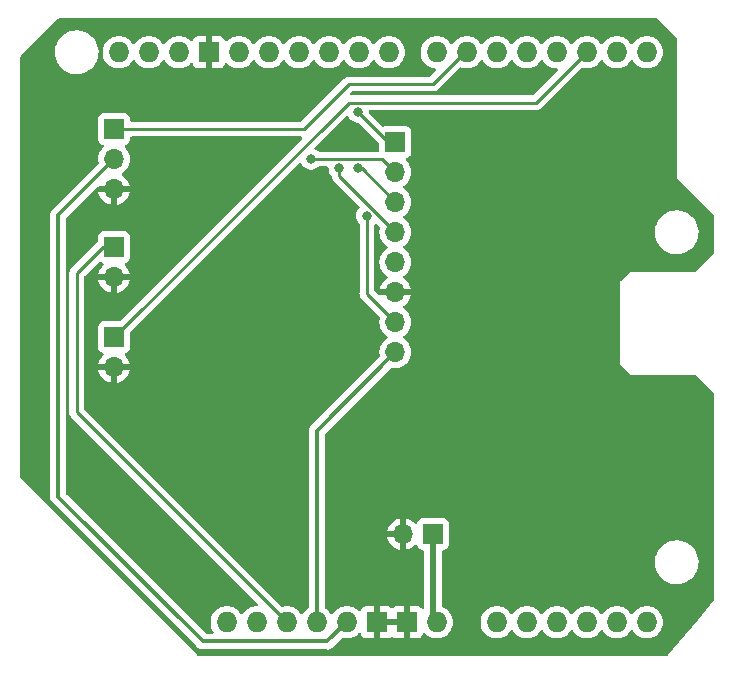
<source format=gtl>
%TF.GenerationSoftware,KiCad,Pcbnew,7.0.2*%
%TF.CreationDate,2023-09-07T17:56:31+02:00*%
%TF.ProjectId,BEP-RFID-cashdrawer,4245502d-5246-4494-942d-636173686472,rev?*%
%TF.SameCoordinates,Original*%
%TF.FileFunction,Copper,L1,Top*%
%TF.FilePolarity,Positive*%
%FSLAX46Y46*%
G04 Gerber Fmt 4.6, Leading zero omitted, Abs format (unit mm)*
G04 Created by KiCad (PCBNEW 7.0.2) date 2023-09-07 17:56:31*
%MOMM*%
%LPD*%
G01*
G04 APERTURE LIST*
%TA.AperFunction,ComponentPad*%
%ADD10O,1.727200X1.727200*%
%TD*%
%TA.AperFunction,ComponentPad*%
%ADD11R,1.727200X1.727200*%
%TD*%
%TA.AperFunction,ComponentPad*%
%ADD12O,1.700000X1.700000*%
%TD*%
%TA.AperFunction,ComponentPad*%
%ADD13R,1.700000X1.700000*%
%TD*%
%TA.AperFunction,ViaPad*%
%ADD14C,0.800000*%
%TD*%
%TA.AperFunction,Conductor*%
%ADD15C,0.250000*%
%TD*%
%TA.AperFunction,Conductor*%
%ADD16C,0.350000*%
%TD*%
%TA.AperFunction,Conductor*%
%ADD17C,0.500000*%
%TD*%
G04 APERTURE END LIST*
D10*
%TO.P,XA1,VIN,VIN*%
%TO.N,POWERIN*%
X157480000Y-113030000D03*
%TO.P,XA1,SDA,SDA*%
%TO.N,unconnected-(XA1-PadSDA)*%
X133096000Y-64770000D03*
%TO.P,XA1,SCL,SCL*%
%TO.N,unconnected-(XA1-PadSCL)*%
X130556000Y-64770000D03*
%TO.P,XA1,RST1,RESET*%
%TO.N,Reset button*%
X144780000Y-113030000D03*
%TO.P,XA1,IORF,IOREF*%
%TO.N,unconnected-(XA1-IOREF-PadIORF)*%
X142240000Y-113030000D03*
D11*
%TO.P,XA1,GND3,GND*%
%TO.N,GND*%
X154940000Y-113030000D03*
%TO.P,XA1,GND2,GND*%
X152400000Y-113030000D03*
%TO.P,XA1,GND1,GND*%
X138176000Y-64770000D03*
D10*
%TO.P,XA1,D13,D13*%
%TO.N,SCK*%
X140716000Y-64770000D03*
%TO.P,XA1,D12,D12*%
%TO.N,MISO*%
X143256000Y-64770000D03*
%TO.P,XA1,D11,D11*%
%TO.N,MOSI*%
X145796000Y-64770000D03*
%TO.P,XA1,D10,D10_CS*%
%TO.N,SDA*%
X148336000Y-64770000D03*
%TO.P,XA1,D9,D9*%
%TO.N,RST*%
X150876000Y-64770000D03*
%TO.P,XA1,D8,D8*%
%TO.N,unconnected-(XA1-PadD8)*%
X153416000Y-64770000D03*
%TO.P,XA1,D7,D7*%
%TO.N,unconnected-(XA1-PadD7)*%
X157480000Y-64770000D03*
%TO.P,XA1,D6,D6*%
%TO.N,Relay*%
X160020000Y-64770000D03*
%TO.P,XA1,D5,D5*%
%TO.N,unconnected-(XA1-PadD5)*%
X162560000Y-64770000D03*
%TO.P,XA1,D4,D4*%
%TO.N,unconnected-(XA1-PadD4)*%
X165100000Y-64770000D03*
%TO.P,XA1,D3,D3_INT1*%
%TO.N,unconnected-(XA1-D3_INT1-PadD3)*%
X167640000Y-64770000D03*
%TO.P,XA1,D2,D2_INT0*%
%TO.N,Bypass*%
X170180000Y-64770000D03*
%TO.P,XA1,D1,D1/TX*%
%TO.N,unconnected-(XA1-D1{slash}TX-PadD1)*%
X172720000Y-64770000D03*
%TO.P,XA1,D0,D0/RX*%
%TO.N,unconnected-(XA1-D0{slash}RX-PadD0)*%
X175260000Y-64770000D03*
%TO.P,XA1,AREF,AREF*%
%TO.N,unconnected-(XA1-PadAREF)*%
X135636000Y-64770000D03*
%TO.P,XA1,A5,A5*%
%TO.N,unconnected-(XA1-PadA5)*%
X175260000Y-113030000D03*
%TO.P,XA1,A4,A4*%
%TO.N,unconnected-(XA1-PadA4)*%
X172720000Y-113030000D03*
%TO.P,XA1,A3,A3*%
%TO.N,unconnected-(XA1-PadA3)*%
X170180000Y-113030000D03*
%TO.P,XA1,A2,A2*%
%TO.N,unconnected-(XA1-PadA2)*%
X167640000Y-113030000D03*
%TO.P,XA1,A1,A1*%
%TO.N,unconnected-(XA1-PadA1)*%
X165100000Y-113030000D03*
%TO.P,XA1,A0,A0*%
%TO.N,unconnected-(XA1-PadA0)*%
X162560000Y-113030000D03*
%TO.P,XA1,5V1,5V*%
%TO.N,+5V*%
X149860000Y-113030000D03*
%TO.P,XA1,3V3,3.3V*%
%TO.N,+3.3V*%
X147320000Y-113030000D03*
%TO.P,XA1,*%
%TO.N,*%
X139700000Y-113030000D03*
%TD*%
D12*
%TO.P,J5,2,Pin_2*%
%TO.N,GND*%
X154622500Y-105568750D03*
D13*
%TO.P,J5,1,Pin_1*%
%TO.N,POWERIN*%
X157162500Y-105568750D03*
%TD*%
D12*
%TO.P,J4,2,Pin_2*%
%TO.N,GND*%
X130175000Y-91440000D03*
D13*
%TO.P,J4,1,Pin_1*%
%TO.N,Bypass*%
X130175000Y-88900000D03*
%TD*%
D12*
%TO.P,J3,2,Pin_2*%
%TO.N,GND*%
X130175000Y-83815000D03*
D13*
%TO.P,J3,1,Pin_1*%
%TO.N,Reset button*%
X130175000Y-81275000D03*
%TD*%
D12*
%TO.P,J2,3,Pin_3*%
%TO.N,GND*%
X130175000Y-76358750D03*
%TO.P,J2,2,Pin_2*%
%TO.N,+5V*%
X130175000Y-73818750D03*
D13*
%TO.P,J2,1,Pin_1*%
%TO.N,Relay*%
X130175000Y-71278750D03*
%TD*%
D12*
%TO.P,J1,8,Pin_8*%
%TO.N,+3.3V*%
X153987500Y-90170000D03*
%TO.P,J1,7,Pin_7*%
%TO.N,RST*%
X153987500Y-87630000D03*
%TO.P,J1,6,Pin_6*%
%TO.N,GND*%
X153987500Y-85090000D03*
%TO.P,J1,5,Pin_5*%
%TO.N,unconnected-(J1-Pin_5-Pad5)*%
X153987500Y-82550000D03*
%TO.P,J1,4,Pin_4*%
%TO.N,MISO*%
X153987500Y-80010000D03*
%TO.P,J1,3,Pin_3*%
%TO.N,MOSI*%
X153987500Y-77470000D03*
%TO.P,J1,2,Pin_2*%
%TO.N,SCK*%
X153987500Y-74930000D03*
D13*
%TO.P,J1,1,Pin_1*%
%TO.N,SDA*%
X153987500Y-72390000D03*
%TD*%
D14*
%TO.N,GND*%
X149488282Y-66689026D03*
X127000000Y-80168750D03*
X155575000Y-93662500D03*
X158750000Y-70643750D03*
X164306250Y-67468750D03*
X172243750Y-68262500D03*
X175418750Y-73818750D03*
X170656250Y-81756250D03*
X170656250Y-89693750D03*
X178593750Y-94456250D03*
X178593750Y-103981250D03*
X173037500Y-109537500D03*
X160337500Y-110331250D03*
X150018750Y-109537500D03*
X136525000Y-109537500D03*
X143668750Y-107950000D03*
X128587500Y-101600000D03*
X133350000Y-96043750D03*
X126206250Y-72231250D03*
X134937500Y-68262500D03*
X138112500Y-75406250D03*
X147637500Y-86518750D03*
X147637500Y-81756250D03*
X147637500Y-76993750D03*
X150018750Y-71437500D03*
X142081250Y-67468750D03*
X144462500Y-67468750D03*
X146843750Y-67468750D03*
%TO.N,RST*%
X151570201Y-78617299D03*
%TO.N,MISO*%
X149225000Y-74612500D03*
%TO.N,MOSI*%
X150812500Y-74612500D03*
%TO.N,SCK*%
X146843750Y-73818750D03*
%TO.N,SDA*%
X150812500Y-69850000D03*
%TD*%
D15*
%TO.N,MISO*%
X149225000Y-75247500D02*
X153987500Y-80010000D01*
X149225000Y-74612500D02*
X149225000Y-75247500D01*
%TO.N,MOSI*%
X151130000Y-74612500D02*
X153987500Y-77470000D01*
X150812500Y-74612500D02*
X151130000Y-74612500D01*
%TO.N,RST*%
X151570201Y-85212701D02*
X151570201Y-78617299D01*
X153987500Y-87630000D02*
X151570201Y-85212701D01*
%TO.N,SCK*%
X152876250Y-73818750D02*
X146843750Y-73818750D01*
X153987500Y-74930000D02*
X152876250Y-73818750D01*
%TO.N,SDA*%
X153352500Y-72390000D02*
X150812500Y-69850000D01*
X153987500Y-72390000D02*
X153352500Y-72390000D01*
%TO.N,Bypass*%
X150018750Y-69056250D02*
X130175000Y-88900000D01*
X165893750Y-69056250D02*
X150018750Y-69056250D01*
X170180000Y-64770000D02*
X165893750Y-69056250D01*
D16*
%TO.N,+3.3V*%
X147320000Y-96837500D02*
X153987500Y-90170000D01*
X147320000Y-113030000D02*
X147320000Y-96837500D01*
%TO.N,+5V*%
X125412500Y-102393750D02*
X125412500Y-78581250D01*
X125412500Y-78581250D02*
X130175000Y-73818750D01*
X148227655Y-114662345D02*
X137681095Y-114662345D01*
X137681095Y-114662345D02*
X125412500Y-102393750D01*
X149860000Y-113030000D02*
X148227655Y-114662345D01*
D15*
%TO.N,Relay*%
X146208750Y-71278750D02*
X130175000Y-71278750D01*
X150018750Y-67468750D02*
X146208750Y-71278750D01*
X157162500Y-67468750D02*
X150018750Y-67468750D01*
X159861250Y-64770000D02*
X157162500Y-67468750D01*
X160020000Y-64770000D02*
X159861250Y-64770000D01*
%TO.N,Reset button*%
X129225000Y-81275000D02*
X130175000Y-81275000D01*
X127000000Y-83500000D02*
X129225000Y-81275000D01*
X127000000Y-95250000D02*
X127000000Y-83500000D01*
X144780000Y-113030000D02*
X127000000Y-95250000D01*
D17*
%TO.N,POWERIN*%
X157162500Y-112712500D02*
X157480000Y-113030000D01*
X157162500Y-105568750D02*
X157162500Y-112712500D01*
%TD*%
%TA.AperFunction,Conductor*%
%TO.N,GND*%
G36*
X146053835Y-71923935D02*
G01*
X146099590Y-71976739D01*
X146109534Y-72045897D01*
X146080509Y-72109453D01*
X146074477Y-72115931D01*
X130677226Y-87513181D01*
X130615903Y-87546666D01*
X130589545Y-87549500D01*
X129280439Y-87549500D01*
X129280420Y-87549500D01*
X129277128Y-87549501D01*
X129273848Y-87549853D01*
X129273840Y-87549854D01*
X129217515Y-87555909D01*
X129082669Y-87606204D01*
X128967454Y-87692454D01*
X128881204Y-87807668D01*
X128859669Y-87865408D01*
X128830909Y-87942517D01*
X128824500Y-88002127D01*
X128824500Y-88005448D01*
X128824500Y-88005449D01*
X128824500Y-89794560D01*
X128824500Y-89794578D01*
X128824501Y-89797872D01*
X128830909Y-89857483D01*
X128881204Y-89992331D01*
X128967454Y-90107546D01*
X129082669Y-90193796D01*
X129214598Y-90243002D01*
X129270532Y-90284873D01*
X129294949Y-90350337D01*
X129280097Y-90418610D01*
X129258947Y-90446865D01*
X129136888Y-90568924D01*
X129001400Y-90762421D01*
X128901569Y-90976507D01*
X128844364Y-91189999D01*
X128844364Y-91190000D01*
X129741314Y-91190000D01*
X129715507Y-91230156D01*
X129675000Y-91368111D01*
X129675000Y-91511889D01*
X129715507Y-91649844D01*
X129741314Y-91690000D01*
X128844364Y-91690000D01*
X128901569Y-91903492D01*
X129001399Y-92117576D01*
X129136893Y-92311081D01*
X129303918Y-92478106D01*
X129497423Y-92613600D01*
X129711509Y-92713430D01*
X129925000Y-92770634D01*
X129925000Y-91875501D01*
X130032685Y-91924680D01*
X130139237Y-91940000D01*
X130210763Y-91940000D01*
X130317315Y-91924680D01*
X130425000Y-91875501D01*
X130425000Y-92770633D01*
X130638490Y-92713430D01*
X130852576Y-92613600D01*
X131046081Y-92478106D01*
X131213106Y-92311081D01*
X131348600Y-92117576D01*
X131448430Y-91903492D01*
X131505636Y-91690000D01*
X130608686Y-91690000D01*
X130634493Y-91649844D01*
X130675000Y-91511889D01*
X130675000Y-91368111D01*
X130634493Y-91230156D01*
X130608686Y-91190000D01*
X131505636Y-91190000D01*
X131505635Y-91189999D01*
X131448430Y-90976507D01*
X131348599Y-90762421D01*
X131213109Y-90568921D01*
X131091053Y-90446865D01*
X131057568Y-90385542D01*
X131062552Y-90315850D01*
X131104424Y-90259917D01*
X131135397Y-90243004D01*
X131267331Y-90193796D01*
X131382546Y-90107546D01*
X131468796Y-89992331D01*
X131519091Y-89857483D01*
X131525500Y-89797873D01*
X131525499Y-88485450D01*
X131545184Y-88418412D01*
X131561813Y-88397775D01*
X145813648Y-74145941D01*
X145874969Y-74112458D01*
X145944661Y-74117442D01*
X146000594Y-74159314D01*
X146009332Y-74176163D01*
X146010054Y-74175747D01*
X146111216Y-74350966D01*
X146237879Y-74491639D01*
X146391019Y-74602901D01*
X146563947Y-74679894D01*
X146749102Y-74719250D01*
X146749104Y-74719250D01*
X146938398Y-74719250D01*
X147075297Y-74690151D01*
X147123553Y-74679894D01*
X147296480Y-74602901D01*
X147449621Y-74491638D01*
X147455348Y-74485277D01*
X147514834Y-74448629D01*
X147547497Y-74444250D01*
X148199508Y-74444250D01*
X148266547Y-74463935D01*
X148312302Y-74516739D01*
X148322828Y-74581209D01*
X148320818Y-74600343D01*
X148319540Y-74612500D01*
X148339326Y-74800757D01*
X148397820Y-74980784D01*
X148492464Y-75144713D01*
X148569340Y-75230091D01*
X148599570Y-75293083D01*
X148601129Y-75309168D01*
X148602290Y-75346126D01*
X148607879Y-75365360D01*
X148611825Y-75384416D01*
X148614335Y-75404292D01*
X148630414Y-75444904D01*
X148634197Y-75455951D01*
X148646382Y-75497891D01*
X148656580Y-75515135D01*
X148665136Y-75532600D01*
X148672514Y-75551232D01*
X148672515Y-75551233D01*
X148698180Y-75586559D01*
X148704593Y-75596322D01*
X148726826Y-75633916D01*
X148726829Y-75633919D01*
X148726830Y-75633920D01*
X148740995Y-75648085D01*
X148753627Y-75662875D01*
X148765406Y-75679087D01*
X148799058Y-75706926D01*
X148807699Y-75714789D01*
X150915706Y-77822797D01*
X150949191Y-77884120D01*
X150944207Y-77953812D01*
X150920176Y-77993447D01*
X150883904Y-78033731D01*
X150837665Y-78085085D01*
X150743021Y-78249014D01*
X150684527Y-78429041D01*
X150664741Y-78617299D01*
X150684527Y-78805556D01*
X150743021Y-78985583D01*
X150837665Y-79149512D01*
X150912851Y-79233013D01*
X150943081Y-79296005D01*
X150944701Y-79315986D01*
X150944701Y-85129957D01*
X150942436Y-85150467D01*
X150944640Y-85220573D01*
X150944701Y-85224468D01*
X150944701Y-85252051D01*
X150945189Y-85255920D01*
X150945190Y-85255926D01*
X150945205Y-85256044D01*
X150946119Y-85267668D01*
X150947491Y-85311327D01*
X150953080Y-85330561D01*
X150957026Y-85349617D01*
X150959536Y-85369493D01*
X150975615Y-85410105D01*
X150979398Y-85421152D01*
X150991583Y-85463092D01*
X151001781Y-85480336D01*
X151010337Y-85497801D01*
X151017715Y-85516433D01*
X151017716Y-85516434D01*
X151043381Y-85551760D01*
X151049794Y-85561523D01*
X151072027Y-85599117D01*
X151072030Y-85599120D01*
X151072031Y-85599121D01*
X151086196Y-85613286D01*
X151098828Y-85628076D01*
X151110607Y-85644288D01*
X151144259Y-85672127D01*
X151152900Y-85679990D01*
X152647262Y-87174352D01*
X152680747Y-87235675D01*
X152679356Y-87294126D01*
X152652436Y-87394593D01*
X152631840Y-87630000D01*
X152652436Y-87865407D01*
X152673098Y-87942517D01*
X152713597Y-88093663D01*
X152813465Y-88307830D01*
X152949005Y-88501401D01*
X153116099Y-88668495D01*
X153301660Y-88798426D01*
X153345283Y-88853002D01*
X153352476Y-88922501D01*
X153320954Y-88984855D01*
X153301659Y-89001575D01*
X153116095Y-89131508D01*
X152949005Y-89298598D01*
X152813465Y-89492170D01*
X152713597Y-89706336D01*
X152652436Y-89934592D01*
X152631840Y-90169999D01*
X152652436Y-90405406D01*
X152664413Y-90450104D01*
X152662750Y-90519954D01*
X152632319Y-90569878D01*
X146859424Y-96342773D01*
X146853972Y-96347906D01*
X146810668Y-96386270D01*
X146777800Y-96433887D01*
X146773363Y-96439917D01*
X146737673Y-96485473D01*
X146733824Y-96494024D01*
X146722807Y-96513558D01*
X146717481Y-96521275D01*
X146696965Y-96575368D01*
X146694102Y-96582282D01*
X146670349Y-96635062D01*
X146668661Y-96644276D01*
X146662638Y-96665883D01*
X146659310Y-96674657D01*
X146652333Y-96732112D01*
X146651207Y-96739511D01*
X146640780Y-96796412D01*
X146644274Y-96854163D01*
X146644500Y-96861650D01*
X146644500Y-111770632D01*
X146624815Y-111837671D01*
X146579521Y-111879685D01*
X146571351Y-111884106D01*
X146392951Y-112022962D01*
X146239845Y-112189278D01*
X146153809Y-112320967D01*
X146100662Y-112366324D01*
X146031431Y-112375748D01*
X145968095Y-112346246D01*
X145946191Y-112320967D01*
X145860154Y-112189278D01*
X145707049Y-112022962D01*
X145580303Y-111924311D01*
X145528649Y-111884107D01*
X145329831Y-111776512D01*
X145329830Y-111776511D01*
X145329827Y-111776510D01*
X145116016Y-111703109D01*
X144934382Y-111672800D01*
X144893033Y-111665900D01*
X144666967Y-111665900D01*
X144629803Y-111672101D01*
X144443981Y-111703109D01*
X144438070Y-111705139D01*
X144368271Y-111708287D01*
X144310129Y-111675538D01*
X127661819Y-95027228D01*
X127628334Y-94965905D01*
X127625500Y-94939547D01*
X127625500Y-83810451D01*
X127645185Y-83743412D01*
X127661814Y-83722775D01*
X128854072Y-82530517D01*
X128915393Y-82497034D01*
X128985085Y-82502018D01*
X129016057Y-82518930D01*
X129082669Y-82568796D01*
X129214598Y-82618002D01*
X129270532Y-82659873D01*
X129294949Y-82725337D01*
X129280097Y-82793610D01*
X129258947Y-82821865D01*
X129136888Y-82943924D01*
X129001400Y-83137421D01*
X128901569Y-83351507D01*
X128844364Y-83564999D01*
X128844364Y-83565000D01*
X129741314Y-83565000D01*
X129715507Y-83605156D01*
X129675000Y-83743111D01*
X129675000Y-83886889D01*
X129715507Y-84024844D01*
X129741314Y-84065000D01*
X128844364Y-84065000D01*
X128901569Y-84278492D01*
X129001399Y-84492576D01*
X129136893Y-84686081D01*
X129303918Y-84853106D01*
X129497423Y-84988600D01*
X129711509Y-85088430D01*
X129925000Y-85145634D01*
X129925000Y-84250501D01*
X130032685Y-84299680D01*
X130139237Y-84315000D01*
X130210763Y-84315000D01*
X130317315Y-84299680D01*
X130425000Y-84250501D01*
X130425000Y-85145633D01*
X130638490Y-85088430D01*
X130852576Y-84988600D01*
X131046081Y-84853106D01*
X131213106Y-84686081D01*
X131348600Y-84492576D01*
X131448430Y-84278492D01*
X131505636Y-84065000D01*
X130608686Y-84065000D01*
X130634493Y-84024844D01*
X130675000Y-83886889D01*
X130675000Y-83743111D01*
X130634493Y-83605156D01*
X130608686Y-83565000D01*
X131505636Y-83565000D01*
X131505635Y-83564999D01*
X131448430Y-83351507D01*
X131348599Y-83137421D01*
X131213109Y-82943921D01*
X131091053Y-82821865D01*
X131057568Y-82760542D01*
X131062552Y-82690850D01*
X131104424Y-82634917D01*
X131135397Y-82618004D01*
X131267331Y-82568796D01*
X131382546Y-82482546D01*
X131468796Y-82367331D01*
X131519091Y-82232483D01*
X131525500Y-82172873D01*
X131525499Y-80377128D01*
X131519091Y-80317517D01*
X131468796Y-80182669D01*
X131382546Y-80067454D01*
X131267331Y-79981204D01*
X131132483Y-79930909D01*
X131072873Y-79924500D01*
X131069550Y-79924500D01*
X129280439Y-79924500D01*
X129280420Y-79924500D01*
X129277128Y-79924501D01*
X129273848Y-79924853D01*
X129273840Y-79924854D01*
X129217515Y-79930909D01*
X129082669Y-79981204D01*
X128967454Y-80067454D01*
X128881204Y-80182668D01*
X128830910Y-80317515D01*
X128830909Y-80317517D01*
X128824500Y-80377127D01*
X128824500Y-80380448D01*
X128824500Y-80380449D01*
X128824500Y-80733185D01*
X128804815Y-80800224D01*
X128796042Y-80812228D01*
X128765572Y-80849058D01*
X128757711Y-80857696D01*
X126616208Y-82999199D01*
X126600110Y-83012096D01*
X126552096Y-83063225D01*
X126549392Y-83066016D01*
X126532628Y-83082780D01*
X126532621Y-83082787D01*
X126529880Y-83085529D01*
X126527499Y-83088597D01*
X126527490Y-83088608D01*
X126527411Y-83088711D01*
X126519842Y-83097572D01*
X126489935Y-83129420D01*
X126480285Y-83146974D01*
X126469609Y-83163228D01*
X126457326Y-83179063D01*
X126439975Y-83219158D01*
X126434838Y-83229644D01*
X126413802Y-83267907D01*
X126408821Y-83287309D01*
X126402520Y-83305711D01*
X126394561Y-83324102D01*
X126387728Y-83367242D01*
X126385360Y-83378674D01*
X126374499Y-83420977D01*
X126374500Y-83441016D01*
X126372973Y-83460414D01*
X126369840Y-83480194D01*
X126373950Y-83523673D01*
X126374500Y-83535343D01*
X126374499Y-95167256D01*
X126372235Y-95187763D01*
X126374439Y-95257872D01*
X126374500Y-95261767D01*
X126374500Y-95289350D01*
X126374988Y-95293219D01*
X126374989Y-95293225D01*
X126375004Y-95293343D01*
X126375918Y-95304967D01*
X126377290Y-95348626D01*
X126382879Y-95367860D01*
X126386825Y-95386916D01*
X126389335Y-95406792D01*
X126405414Y-95447404D01*
X126409197Y-95458451D01*
X126421382Y-95500391D01*
X126431580Y-95517635D01*
X126440136Y-95535100D01*
X126447514Y-95553732D01*
X126447515Y-95553733D01*
X126473180Y-95589059D01*
X126479593Y-95598822D01*
X126501826Y-95636416D01*
X126501829Y-95636419D01*
X126501830Y-95636420D01*
X126515995Y-95650585D01*
X126528627Y-95665375D01*
X126540406Y-95681587D01*
X126574058Y-95709426D01*
X126582699Y-95717289D01*
X142319628Y-111454219D01*
X142353113Y-111515542D01*
X142348129Y-111585234D01*
X142306257Y-111641167D01*
X142240793Y-111665584D01*
X142231947Y-111665900D01*
X142126967Y-111665900D01*
X142085618Y-111672800D01*
X141903983Y-111703109D01*
X141690172Y-111776510D01*
X141491349Y-111884108D01*
X141312950Y-112022962D01*
X141159845Y-112189278D01*
X141073809Y-112320967D01*
X141020662Y-112366324D01*
X140951431Y-112375748D01*
X140888095Y-112346246D01*
X140866191Y-112320967D01*
X140780154Y-112189278D01*
X140627049Y-112022962D01*
X140500303Y-111924311D01*
X140448649Y-111884107D01*
X140249831Y-111776512D01*
X140249830Y-111776511D01*
X140249827Y-111776510D01*
X140036016Y-111703109D01*
X139854382Y-111672800D01*
X139813033Y-111665900D01*
X139586967Y-111665900D01*
X139545618Y-111672800D01*
X139363983Y-111703109D01*
X139150172Y-111776510D01*
X138951349Y-111884108D01*
X138772950Y-112022962D01*
X138619847Y-112189275D01*
X138496196Y-112378537D01*
X138405390Y-112585556D01*
X138349892Y-112804711D01*
X138331224Y-113030000D01*
X138349892Y-113255288D01*
X138405390Y-113474443D01*
X138496196Y-113681462D01*
X138570389Y-113795023D01*
X138590576Y-113861913D01*
X138571396Y-113929099D01*
X138518938Y-113975249D01*
X138466580Y-113986845D01*
X138012259Y-113986845D01*
X137945220Y-113967160D01*
X137924578Y-113950526D01*
X126124319Y-102150266D01*
X126090834Y-102088943D01*
X126088000Y-102062585D01*
X126088000Y-78912411D01*
X126107685Y-78845372D01*
X126124314Y-78824735D01*
X128803982Y-76145067D01*
X128865303Y-76111584D01*
X128891661Y-76108750D01*
X129741314Y-76108750D01*
X129715507Y-76148906D01*
X129675000Y-76286861D01*
X129675000Y-76430639D01*
X129715507Y-76568594D01*
X129741314Y-76608750D01*
X128844364Y-76608750D01*
X128901569Y-76822242D01*
X129001399Y-77036326D01*
X129136893Y-77229831D01*
X129303918Y-77396856D01*
X129497423Y-77532350D01*
X129711509Y-77632180D01*
X129925000Y-77689384D01*
X129925000Y-76794251D01*
X130032685Y-76843430D01*
X130139237Y-76858750D01*
X130210763Y-76858750D01*
X130317315Y-76843430D01*
X130425000Y-76794251D01*
X130425000Y-77689383D01*
X130638490Y-77632180D01*
X130852576Y-77532350D01*
X131046081Y-77396856D01*
X131213106Y-77229831D01*
X131348600Y-77036326D01*
X131448430Y-76822242D01*
X131505636Y-76608750D01*
X130608686Y-76608750D01*
X130634493Y-76568594D01*
X130675000Y-76430639D01*
X130675000Y-76286861D01*
X130634493Y-76148906D01*
X130608686Y-76108750D01*
X131505636Y-76108750D01*
X131505635Y-76108749D01*
X131448430Y-75895257D01*
X131348599Y-75681171D01*
X131213109Y-75487671D01*
X131046081Y-75320643D01*
X130860404Y-75190630D01*
X130816780Y-75136053D01*
X130809587Y-75066554D01*
X130841109Y-75004200D01*
X130860399Y-74987484D01*
X131046401Y-74857245D01*
X131213495Y-74690151D01*
X131349035Y-74496580D01*
X131448903Y-74282413D01*
X131510063Y-74054158D01*
X131530659Y-73818750D01*
X131510063Y-73583342D01*
X131448903Y-73355087D01*
X131349035Y-73140921D01*
X131213495Y-72947349D01*
X131091569Y-72825422D01*
X131058084Y-72764100D01*
X131063068Y-72694408D01*
X131104940Y-72638475D01*
X131135915Y-72621560D01*
X131267331Y-72572546D01*
X131382546Y-72486296D01*
X131468796Y-72371081D01*
X131519091Y-72236233D01*
X131525500Y-72176623D01*
X131525500Y-72028250D01*
X131545185Y-71961211D01*
X131597989Y-71915456D01*
X131649500Y-71904250D01*
X145986796Y-71904250D01*
X146053835Y-71923935D01*
G37*
%TD.AperFunction*%
%TA.AperFunction,Conductor*%
G36*
X154473155Y-112816799D02*
G01*
X154432000Y-112956961D01*
X154432000Y-113103039D01*
X154473155Y-113243201D01*
X154496804Y-113280000D01*
X152843196Y-113280000D01*
X152866845Y-113243201D01*
X152908000Y-113103039D01*
X152908000Y-112956961D01*
X152866845Y-112816799D01*
X152843196Y-112780000D01*
X154496804Y-112780000D01*
X154473155Y-112816799D01*
G37*
%TD.AperFunction*%
%TA.AperFunction,Conductor*%
G36*
X152400904Y-79308441D02*
G01*
X152407382Y-79314473D01*
X152647261Y-79554352D01*
X152680746Y-79615675D01*
X152679355Y-79674125D01*
X152652436Y-79774591D01*
X152631840Y-80010000D01*
X152652436Y-80245407D01*
X152687731Y-80377128D01*
X152713597Y-80473663D01*
X152813465Y-80687830D01*
X152949005Y-80881401D01*
X153116099Y-81048495D01*
X153301660Y-81178426D01*
X153345283Y-81233002D01*
X153352476Y-81302501D01*
X153320954Y-81364855D01*
X153301659Y-81381575D01*
X153116095Y-81511508D01*
X152949005Y-81678598D01*
X152813465Y-81872170D01*
X152713597Y-82086336D01*
X152652436Y-82314592D01*
X152631840Y-82549999D01*
X152652436Y-82785407D01*
X152694910Y-82943921D01*
X152713597Y-83013663D01*
X152813465Y-83227830D01*
X152949005Y-83421401D01*
X153116099Y-83588495D01*
X153302096Y-83718732D01*
X153345719Y-83773307D01*
X153352912Y-83842806D01*
X153321390Y-83905160D01*
X153302095Y-83921880D01*
X153116419Y-84051892D01*
X152949390Y-84218921D01*
X152813900Y-84412421D01*
X152714069Y-84626507D01*
X152656864Y-84839999D01*
X152656864Y-84840000D01*
X153553814Y-84840000D01*
X153528007Y-84880156D01*
X153487500Y-85018111D01*
X153487500Y-85161889D01*
X153528007Y-85299844D01*
X153553814Y-85340000D01*
X152633453Y-85340000D01*
X152566414Y-85320315D01*
X152545772Y-85303681D01*
X152232020Y-84989929D01*
X152198535Y-84928606D01*
X152195701Y-84902248D01*
X152195701Y-79402154D01*
X152215386Y-79335115D01*
X152268190Y-79289360D01*
X152337348Y-79279416D01*
X152400904Y-79308441D01*
G37*
%TD.AperFunction*%
%TA.AperFunction,Conductor*%
G36*
X149913411Y-70148692D02*
G01*
X149969344Y-70190564D01*
X149978082Y-70207413D01*
X149978804Y-70206997D01*
X150079966Y-70382216D01*
X150206629Y-70522889D01*
X150359769Y-70634151D01*
X150532697Y-70711144D01*
X150717852Y-70750500D01*
X150717854Y-70750500D01*
X150777048Y-70750500D01*
X150844087Y-70770185D01*
X150864729Y-70786819D01*
X152600681Y-72522772D01*
X152634166Y-72584095D01*
X152637000Y-72610453D01*
X152637001Y-73069250D01*
X152617317Y-73136289D01*
X152564513Y-73182044D01*
X152513001Y-73193250D01*
X147547497Y-73193250D01*
X147480458Y-73173565D01*
X147455349Y-73152223D01*
X147449621Y-73145862D01*
X147365493Y-73084740D01*
X147296477Y-73034596D01*
X147204257Y-72993537D01*
X147151020Y-72948287D01*
X147130699Y-72881438D01*
X147149744Y-72814214D01*
X147167008Y-72792581D01*
X149782398Y-70177191D01*
X149843719Y-70143708D01*
X149913411Y-70148692D01*
G37*
%TD.AperFunction*%
%TA.AperFunction,Conductor*%
G36*
X166451905Y-65453754D02*
G01*
X166473809Y-65479033D01*
X166559845Y-65610721D01*
X166712950Y-65777037D01*
X166712954Y-65777040D01*
X166891351Y-65915893D01*
X167090169Y-66023488D01*
X167303986Y-66096891D01*
X167526967Y-66134100D01*
X167526968Y-66134100D01*
X167631947Y-66134100D01*
X167698986Y-66153785D01*
X167744741Y-66206589D01*
X167754685Y-66275747D01*
X167725660Y-66339303D01*
X167719628Y-66345781D01*
X165670978Y-68394431D01*
X165609655Y-68427916D01*
X165583297Y-68430750D01*
X150240702Y-68430750D01*
X150173663Y-68411065D01*
X150127908Y-68358261D01*
X150117964Y-68289103D01*
X150146989Y-68225547D01*
X150153021Y-68219069D01*
X150241521Y-68130569D01*
X150302844Y-68097084D01*
X150329202Y-68094250D01*
X157079756Y-68094250D01*
X157100262Y-68096514D01*
X157103165Y-68096422D01*
X157103167Y-68096423D01*
X157170372Y-68094311D01*
X157174268Y-68094250D01*
X157197948Y-68094250D01*
X157201850Y-68094250D01*
X157205813Y-68093749D01*
X157217462Y-68092830D01*
X157261127Y-68091459D01*
X157280359Y-68085870D01*
X157299418Y-68081924D01*
X157305696Y-68081131D01*
X157319292Y-68079414D01*
X157359907Y-68063332D01*
X157370944Y-68059553D01*
X157412890Y-68047368D01*
X157430129Y-68037172D01*
X157447602Y-68028612D01*
X157466232Y-68021236D01*
X157501564Y-67995564D01*
X157511330Y-67989150D01*
X157548918Y-67966921D01*
X157548917Y-67966921D01*
X157548920Y-67966920D01*
X157563085Y-67952754D01*
X157577873Y-67940123D01*
X157594087Y-67928344D01*
X157621938Y-67894676D01*
X157629779Y-67886059D01*
X159431951Y-66083888D01*
X159493272Y-66050405D01*
X159559893Y-66054290D01*
X159646115Y-66083890D01*
X159683986Y-66096891D01*
X159906967Y-66134100D01*
X159906968Y-66134100D01*
X160133032Y-66134100D01*
X160133033Y-66134100D01*
X160356014Y-66096891D01*
X160569831Y-66023488D01*
X160768649Y-65915893D01*
X160947046Y-65777040D01*
X161001814Y-65717547D01*
X161100154Y-65610721D01*
X161100153Y-65610721D01*
X161100156Y-65610719D01*
X161186190Y-65479033D01*
X161239338Y-65433676D01*
X161308569Y-65424252D01*
X161371905Y-65453754D01*
X161393809Y-65479033D01*
X161479845Y-65610721D01*
X161632950Y-65777037D01*
X161632954Y-65777040D01*
X161811351Y-65915893D01*
X162010169Y-66023488D01*
X162223986Y-66096891D01*
X162446967Y-66134100D01*
X162446968Y-66134100D01*
X162673032Y-66134100D01*
X162673033Y-66134100D01*
X162896014Y-66096891D01*
X163109831Y-66023488D01*
X163308649Y-65915893D01*
X163487046Y-65777040D01*
X163541814Y-65717547D01*
X163640154Y-65610721D01*
X163640153Y-65610721D01*
X163640156Y-65610719D01*
X163726190Y-65479033D01*
X163779338Y-65433676D01*
X163848569Y-65424252D01*
X163911905Y-65453754D01*
X163933809Y-65479033D01*
X164019845Y-65610721D01*
X164172950Y-65777037D01*
X164172954Y-65777040D01*
X164351351Y-65915893D01*
X164550169Y-66023488D01*
X164763986Y-66096891D01*
X164986967Y-66134100D01*
X164986968Y-66134100D01*
X165213032Y-66134100D01*
X165213033Y-66134100D01*
X165436014Y-66096891D01*
X165649831Y-66023488D01*
X165848649Y-65915893D01*
X166027046Y-65777040D01*
X166081814Y-65717547D01*
X166180154Y-65610721D01*
X166180153Y-65610721D01*
X166180156Y-65610719D01*
X166266190Y-65479033D01*
X166319338Y-65433676D01*
X166388569Y-65424252D01*
X166451905Y-65453754D01*
G37*
%TD.AperFunction*%
%TA.AperFunction,Conductor*%
G36*
X176227969Y-61932685D02*
G01*
X176248611Y-61949318D01*
X177763182Y-63463890D01*
X177796666Y-63525211D01*
X177799500Y-63551569D01*
X177799500Y-75381618D01*
X177799419Y-75382024D01*
X177799457Y-75406249D01*
X177799576Y-75406533D01*
X177799617Y-75406633D01*
X177810962Y-75417920D01*
X180938181Y-78545138D01*
X180971666Y-78606461D01*
X180974500Y-78632819D01*
X180974500Y-81704680D01*
X180954815Y-81771719D01*
X180938181Y-81792361D01*
X179423611Y-83306931D01*
X179362288Y-83340416D01*
X179335930Y-83343250D01*
X173856105Y-83343250D01*
X173855915Y-83343211D01*
X173831247Y-83343207D01*
X173830865Y-83343367D01*
X173813663Y-83360569D01*
X173813545Y-83360745D01*
X173054495Y-84119795D01*
X173054319Y-84119913D01*
X173037117Y-84137115D01*
X173036957Y-84137497D01*
X173036961Y-84162165D01*
X173037000Y-84162355D01*
X173037000Y-91256618D01*
X173036919Y-91257024D01*
X173036957Y-91281249D01*
X173037076Y-91281533D01*
X173037117Y-91281633D01*
X173048461Y-91292919D01*
X173813381Y-92057839D01*
X173813675Y-92058279D01*
X173830870Y-92075386D01*
X173831244Y-92075542D01*
X173831249Y-92075541D01*
X173831250Y-92075542D01*
X173831250Y-92075541D01*
X173855915Y-92075538D01*
X173856105Y-92075500D01*
X179335930Y-92075500D01*
X179402969Y-92095185D01*
X179423611Y-92111819D01*
X180938180Y-93626388D01*
X180971665Y-93687711D01*
X180974499Y-93714069D01*
X180974500Y-111079924D01*
X180954815Y-111146963D01*
X180945759Y-111159307D01*
X179564516Y-112816799D01*
X177475989Y-115323033D01*
X177043197Y-115842383D01*
X176985158Y-115881282D01*
X176947938Y-115887000D01*
X137370319Y-115887000D01*
X137303280Y-115867315D01*
X137282638Y-115850681D01*
X123866795Y-102434837D01*
X124733280Y-102434837D01*
X124743707Y-102491737D01*
X124744834Y-102499136D01*
X124751812Y-102556597D01*
X124755136Y-102565362D01*
X124761160Y-102586973D01*
X124762848Y-102596186D01*
X124775143Y-102623504D01*
X124786601Y-102648965D01*
X124789460Y-102655867D01*
X124809982Y-102709977D01*
X124815304Y-102717688D01*
X124826324Y-102737226D01*
X124830173Y-102745776D01*
X124830174Y-102745778D01*
X124865860Y-102791327D01*
X124870300Y-102797361D01*
X124903168Y-102844979D01*
X124946489Y-102883358D01*
X124951926Y-102888477D01*
X137186374Y-115122926D01*
X137191508Y-115128380D01*
X137229866Y-115171677D01*
X137277500Y-115204556D01*
X137283502Y-115208972D01*
X137329067Y-115244670D01*
X137337605Y-115248512D01*
X137357156Y-115259539D01*
X137364870Y-115264864D01*
X137418978Y-115285384D01*
X137425888Y-115288246D01*
X137478652Y-115311993D01*
X137478656Y-115311995D01*
X137487862Y-115313682D01*
X137509484Y-115319708D01*
X137518250Y-115323033D01*
X137575712Y-115330010D01*
X137583077Y-115331130D01*
X137640010Y-115341564D01*
X137697752Y-115338071D01*
X137705240Y-115337845D01*
X148203504Y-115337845D01*
X148210990Y-115338071D01*
X148268739Y-115341564D01*
X148268739Y-115341563D01*
X148268740Y-115341564D01*
X148325652Y-115331134D01*
X148333051Y-115330008D01*
X148390500Y-115323033D01*
X148399263Y-115319709D01*
X148420877Y-115313683D01*
X148430094Y-115311995D01*
X148430098Y-115311993D01*
X148430099Y-115311993D01*
X148482862Y-115288246D01*
X148489777Y-115285381D01*
X148543881Y-115264863D01*
X148551588Y-115259542D01*
X148571139Y-115248516D01*
X148579683Y-115244671D01*
X148625264Y-115208958D01*
X148631236Y-115204564D01*
X148678884Y-115171677D01*
X148717265Y-115128352D01*
X148722374Y-115122926D01*
X149448365Y-114396935D01*
X149509686Y-114363452D01*
X149556454Y-114362309D01*
X149746967Y-114394100D01*
X149746968Y-114394100D01*
X149973032Y-114394100D01*
X149973033Y-114394100D01*
X150196014Y-114356891D01*
X150409831Y-114283488D01*
X150608649Y-114175893D01*
X150787046Y-114037040D01*
X150841813Y-113977546D01*
X150901700Y-113941556D01*
X150971538Y-113943656D01*
X151029154Y-113983179D01*
X151049225Y-114018196D01*
X151093047Y-114135688D01*
X151179211Y-114250788D01*
X151294310Y-114336952D01*
X151429028Y-114387199D01*
X151485267Y-114393245D01*
X151491882Y-114393600D01*
X152150000Y-114393600D01*
X152150000Y-113474297D01*
X152255408Y-113522435D01*
X152363666Y-113538000D01*
X152436334Y-113538000D01*
X152544592Y-113522435D01*
X152650000Y-113474297D01*
X152650000Y-114393600D01*
X153308118Y-114393600D01*
X153314732Y-114393245D01*
X153370971Y-114387199D01*
X153505688Y-114336952D01*
X153595689Y-114269578D01*
X153661153Y-114245161D01*
X153729426Y-114260012D01*
X153744311Y-114269578D01*
X153834311Y-114336952D01*
X153969028Y-114387199D01*
X154025267Y-114393245D01*
X154031882Y-114393600D01*
X154690000Y-114393600D01*
X154690000Y-113474297D01*
X154795408Y-113522435D01*
X154903666Y-113538000D01*
X154976334Y-113538000D01*
X155084592Y-113522435D01*
X155190000Y-113474297D01*
X155190000Y-114393600D01*
X155848118Y-114393600D01*
X155854732Y-114393245D01*
X155910971Y-114387199D01*
X156045689Y-114336952D01*
X156160788Y-114250788D01*
X156246952Y-114135688D01*
X156290774Y-114018196D01*
X156332645Y-113962263D01*
X156398109Y-113937845D01*
X156466382Y-113952696D01*
X156498184Y-113977545D01*
X156552954Y-114037040D01*
X156731351Y-114175893D01*
X156930169Y-114283488D01*
X157143986Y-114356891D01*
X157366967Y-114394100D01*
X157366968Y-114394100D01*
X157593032Y-114394100D01*
X157593033Y-114394100D01*
X157816014Y-114356891D01*
X158029831Y-114283488D01*
X158228649Y-114175893D01*
X158407046Y-114037040D01*
X158456629Y-113983179D01*
X158560152Y-113870724D01*
X158560153Y-113870721D01*
X158560156Y-113870719D01*
X158683802Y-113681465D01*
X158774611Y-113474441D01*
X158830107Y-113255293D01*
X158848775Y-113030000D01*
X161191224Y-113030000D01*
X161209892Y-113255288D01*
X161265390Y-113474443D01*
X161356196Y-113681462D01*
X161479847Y-113870724D01*
X161632950Y-114037037D01*
X161632954Y-114037040D01*
X161811351Y-114175893D01*
X162010169Y-114283488D01*
X162223986Y-114356891D01*
X162446967Y-114394100D01*
X162446968Y-114394100D01*
X162673032Y-114394100D01*
X162673033Y-114394100D01*
X162896014Y-114356891D01*
X163109831Y-114283488D01*
X163308649Y-114175893D01*
X163487046Y-114037040D01*
X163541814Y-113977547D01*
X163640154Y-113870721D01*
X163640153Y-113870721D01*
X163640156Y-113870719D01*
X163726190Y-113739033D01*
X163779338Y-113693676D01*
X163848569Y-113684252D01*
X163911905Y-113713754D01*
X163933809Y-113739033D01*
X164019845Y-113870721D01*
X164172950Y-114037037D01*
X164172954Y-114037040D01*
X164351351Y-114175893D01*
X164550169Y-114283488D01*
X164763986Y-114356891D01*
X164986967Y-114394100D01*
X164986968Y-114394100D01*
X165213032Y-114394100D01*
X165213033Y-114394100D01*
X165436014Y-114356891D01*
X165649831Y-114283488D01*
X165848649Y-114175893D01*
X166027046Y-114037040D01*
X166081814Y-113977547D01*
X166180154Y-113870721D01*
X166180153Y-113870721D01*
X166180156Y-113870719D01*
X166266190Y-113739033D01*
X166319338Y-113693676D01*
X166388569Y-113684252D01*
X166451905Y-113713754D01*
X166473809Y-113739033D01*
X166559845Y-113870721D01*
X166712950Y-114037037D01*
X166712954Y-114037040D01*
X166891351Y-114175893D01*
X167090169Y-114283488D01*
X167303986Y-114356891D01*
X167526967Y-114394100D01*
X167526968Y-114394100D01*
X167753032Y-114394100D01*
X167753033Y-114394100D01*
X167976014Y-114356891D01*
X168189831Y-114283488D01*
X168388649Y-114175893D01*
X168567046Y-114037040D01*
X168621814Y-113977547D01*
X168720154Y-113870721D01*
X168720153Y-113870721D01*
X168720156Y-113870719D01*
X168806190Y-113739033D01*
X168859338Y-113693676D01*
X168928569Y-113684252D01*
X168991905Y-113713754D01*
X169013809Y-113739033D01*
X169099845Y-113870721D01*
X169252950Y-114037037D01*
X169252954Y-114037040D01*
X169431351Y-114175893D01*
X169630169Y-114283488D01*
X169843986Y-114356891D01*
X170066967Y-114394100D01*
X170066968Y-114394100D01*
X170293032Y-114394100D01*
X170293033Y-114394100D01*
X170516014Y-114356891D01*
X170729831Y-114283488D01*
X170928649Y-114175893D01*
X171107046Y-114037040D01*
X171161814Y-113977547D01*
X171260154Y-113870721D01*
X171260153Y-113870721D01*
X171260156Y-113870719D01*
X171346190Y-113739033D01*
X171399338Y-113693676D01*
X171468569Y-113684252D01*
X171531905Y-113713754D01*
X171553809Y-113739033D01*
X171639845Y-113870721D01*
X171792950Y-114037037D01*
X171792954Y-114037040D01*
X171971351Y-114175893D01*
X172170169Y-114283488D01*
X172383986Y-114356891D01*
X172606967Y-114394100D01*
X172606968Y-114394100D01*
X172833032Y-114394100D01*
X172833033Y-114394100D01*
X173056014Y-114356891D01*
X173269831Y-114283488D01*
X173468649Y-114175893D01*
X173647046Y-114037040D01*
X173701814Y-113977547D01*
X173800154Y-113870721D01*
X173800153Y-113870721D01*
X173800156Y-113870719D01*
X173886190Y-113739033D01*
X173939338Y-113693676D01*
X174008569Y-113684252D01*
X174071905Y-113713754D01*
X174093809Y-113739033D01*
X174179845Y-113870721D01*
X174332950Y-114037037D01*
X174332954Y-114037040D01*
X174511351Y-114175893D01*
X174710169Y-114283488D01*
X174923986Y-114356891D01*
X175146967Y-114394100D01*
X175146968Y-114394100D01*
X175373032Y-114394100D01*
X175373033Y-114394100D01*
X175596014Y-114356891D01*
X175809831Y-114283488D01*
X176008649Y-114175893D01*
X176187046Y-114037040D01*
X176236629Y-113983179D01*
X176340152Y-113870724D01*
X176340153Y-113870721D01*
X176340156Y-113870719D01*
X176463802Y-113681465D01*
X176554611Y-113474441D01*
X176610107Y-113255293D01*
X176628775Y-113030000D01*
X176610107Y-112804707D01*
X176554611Y-112585559D01*
X176463802Y-112378535D01*
X176340156Y-112189281D01*
X176340155Y-112189280D01*
X176340152Y-112189275D01*
X176187049Y-112022962D01*
X176060303Y-111924311D01*
X176008649Y-111884107D01*
X175809831Y-111776512D01*
X175809830Y-111776511D01*
X175809827Y-111776510D01*
X175596016Y-111703109D01*
X175414382Y-111672800D01*
X175373033Y-111665900D01*
X175146967Y-111665900D01*
X175105618Y-111672800D01*
X174923983Y-111703109D01*
X174710172Y-111776510D01*
X174511349Y-111884108D01*
X174332950Y-112022962D01*
X174179845Y-112189278D01*
X174093809Y-112320967D01*
X174040662Y-112366324D01*
X173971431Y-112375748D01*
X173908095Y-112346246D01*
X173886191Y-112320967D01*
X173800154Y-112189278D01*
X173647049Y-112022962D01*
X173520303Y-111924311D01*
X173468649Y-111884107D01*
X173269831Y-111776512D01*
X173269830Y-111776511D01*
X173269827Y-111776510D01*
X173056016Y-111703109D01*
X172874382Y-111672800D01*
X172833033Y-111665900D01*
X172606967Y-111665900D01*
X172565618Y-111672800D01*
X172383983Y-111703109D01*
X172170172Y-111776510D01*
X171971349Y-111884108D01*
X171792950Y-112022962D01*
X171639845Y-112189278D01*
X171553809Y-112320967D01*
X171500662Y-112366324D01*
X171431431Y-112375748D01*
X171368095Y-112346246D01*
X171346191Y-112320967D01*
X171260154Y-112189278D01*
X171107049Y-112022962D01*
X170980303Y-111924311D01*
X170928649Y-111884107D01*
X170729831Y-111776512D01*
X170729830Y-111776511D01*
X170729827Y-111776510D01*
X170516016Y-111703109D01*
X170334382Y-111672800D01*
X170293033Y-111665900D01*
X170066967Y-111665900D01*
X170025618Y-111672800D01*
X169843983Y-111703109D01*
X169630172Y-111776510D01*
X169431349Y-111884108D01*
X169252950Y-112022962D01*
X169099845Y-112189278D01*
X169013809Y-112320967D01*
X168960662Y-112366324D01*
X168891431Y-112375748D01*
X168828095Y-112346246D01*
X168806191Y-112320967D01*
X168720154Y-112189278D01*
X168567049Y-112022962D01*
X168440303Y-111924311D01*
X168388649Y-111884107D01*
X168189831Y-111776512D01*
X168189830Y-111776511D01*
X168189827Y-111776510D01*
X167976016Y-111703109D01*
X167794382Y-111672800D01*
X167753033Y-111665900D01*
X167526967Y-111665900D01*
X167485618Y-111672800D01*
X167303983Y-111703109D01*
X167090172Y-111776510D01*
X166891349Y-111884108D01*
X166712950Y-112022962D01*
X166559845Y-112189278D01*
X166473809Y-112320967D01*
X166420662Y-112366324D01*
X166351431Y-112375748D01*
X166288095Y-112346246D01*
X166266191Y-112320967D01*
X166180154Y-112189278D01*
X166027049Y-112022962D01*
X165900303Y-111924311D01*
X165848649Y-111884107D01*
X165649831Y-111776512D01*
X165649830Y-111776511D01*
X165649827Y-111776510D01*
X165436016Y-111703109D01*
X165254382Y-111672800D01*
X165213033Y-111665900D01*
X164986967Y-111665900D01*
X164945618Y-111672800D01*
X164763983Y-111703109D01*
X164550172Y-111776510D01*
X164351349Y-111884108D01*
X164172950Y-112022962D01*
X164019845Y-112189278D01*
X163933809Y-112320967D01*
X163880662Y-112366324D01*
X163811431Y-112375748D01*
X163748095Y-112346246D01*
X163726191Y-112320967D01*
X163640154Y-112189278D01*
X163487049Y-112022962D01*
X163360303Y-111924311D01*
X163308649Y-111884107D01*
X163109831Y-111776512D01*
X163109830Y-111776511D01*
X163109827Y-111776510D01*
X162896016Y-111703109D01*
X162714382Y-111672800D01*
X162673033Y-111665900D01*
X162446967Y-111665900D01*
X162405618Y-111672800D01*
X162223983Y-111703109D01*
X162010172Y-111776510D01*
X161811349Y-111884108D01*
X161632950Y-112022962D01*
X161479847Y-112189275D01*
X161356196Y-112378537D01*
X161265390Y-112585556D01*
X161209892Y-112804711D01*
X161191224Y-113030000D01*
X158848775Y-113030000D01*
X158830107Y-112804707D01*
X158774611Y-112585559D01*
X158683802Y-112378535D01*
X158560156Y-112189281D01*
X158560155Y-112189280D01*
X158560152Y-112189275D01*
X158407049Y-112022962D01*
X158280303Y-111924311D01*
X158228649Y-111884107D01*
X158090255Y-111809212D01*
X158029828Y-111776510D01*
X157996736Y-111765150D01*
X157939721Y-111724763D01*
X157913591Y-111659964D01*
X157913000Y-111647869D01*
X157913000Y-108017764D01*
X175945787Y-108017764D01*
X175975413Y-108287016D01*
X176043928Y-108549087D01*
X176149871Y-108798392D01*
X176290982Y-109029611D01*
X176380253Y-109136881D01*
X176464255Y-109237820D01*
X176665998Y-109418582D01*
X176891910Y-109568044D01*
X176998211Y-109617876D01*
X177137177Y-109683021D01*
X177396562Y-109761058D01*
X177396569Y-109761060D01*
X177664561Y-109800500D01*
X177664564Y-109800500D01*
X177865369Y-109800500D01*
X177867631Y-109800500D01*
X178070156Y-109785677D01*
X178334553Y-109726780D01*
X178587558Y-109630014D01*
X178823777Y-109497441D01*
X179038177Y-109331888D01*
X179226186Y-109136881D01*
X179383799Y-108916579D01*
X179507656Y-108675675D01*
X179595118Y-108419305D01*
X179644319Y-108152933D01*
X179654212Y-107882235D01*
X179624586Y-107612982D01*
X179556072Y-107350912D01*
X179450130Y-107101610D01*
X179309018Y-106870390D01*
X179309017Y-106870388D01*
X179135746Y-106662181D01*
X179074000Y-106606856D01*
X178934002Y-106481418D01*
X178708090Y-106331956D01*
X178708086Y-106331954D01*
X178462822Y-106216978D01*
X178203437Y-106138941D01*
X178203431Y-106138940D01*
X177935439Y-106099500D01*
X177732369Y-106099500D01*
X177730120Y-106099664D01*
X177730109Y-106099665D01*
X177529843Y-106114322D01*
X177265449Y-106173219D01*
X177012441Y-106269986D01*
X176776223Y-106402559D01*
X176561825Y-106568109D01*
X176373813Y-106763120D01*
X176216201Y-106983420D01*
X176092342Y-107224329D01*
X176004881Y-107480695D01*
X175955680Y-107747066D01*
X175945787Y-108017764D01*
X157913000Y-108017764D01*
X157913000Y-107043249D01*
X157932685Y-106976210D01*
X157985489Y-106930455D01*
X158037000Y-106919249D01*
X158057061Y-106919249D01*
X158060372Y-106919249D01*
X158119983Y-106912841D01*
X158254831Y-106862546D01*
X158370046Y-106776296D01*
X158456296Y-106661081D01*
X158506591Y-106526233D01*
X158513000Y-106466623D01*
X158512999Y-104670878D01*
X158506591Y-104611267D01*
X158456296Y-104476419D01*
X158370046Y-104361204D01*
X158254831Y-104274954D01*
X158119983Y-104224659D01*
X158060373Y-104218250D01*
X158057050Y-104218250D01*
X156267939Y-104218250D01*
X156267920Y-104218250D01*
X156264628Y-104218251D01*
X156261348Y-104218603D01*
X156261340Y-104218604D01*
X156205015Y-104224659D01*
X156070169Y-104274954D01*
X155954954Y-104361204D01*
X155868704Y-104476419D01*
X155819497Y-104608349D01*
X155777625Y-104664282D01*
X155712161Y-104688699D01*
X155643888Y-104673847D01*
X155615634Y-104652696D01*
X155493581Y-104530643D01*
X155300076Y-104395149D01*
X155085992Y-104295319D01*
X154872500Y-104238114D01*
X154872500Y-105133248D01*
X154764815Y-105084070D01*
X154658263Y-105068750D01*
X154586737Y-105068750D01*
X154480185Y-105084070D01*
X154372500Y-105133248D01*
X154372500Y-104238114D01*
X154372499Y-104238114D01*
X154159007Y-104295319D01*
X153944921Y-104395150D01*
X153751421Y-104530640D01*
X153584390Y-104697671D01*
X153448900Y-104891171D01*
X153349069Y-105105257D01*
X153291864Y-105318749D01*
X153291864Y-105318750D01*
X154188814Y-105318750D01*
X154163007Y-105358906D01*
X154122500Y-105496861D01*
X154122500Y-105640639D01*
X154163007Y-105778594D01*
X154188814Y-105818750D01*
X153291864Y-105818750D01*
X153349069Y-106032242D01*
X153448899Y-106246326D01*
X153584393Y-106439831D01*
X153751418Y-106606856D01*
X153944923Y-106742350D01*
X154159009Y-106842180D01*
X154372500Y-106899384D01*
X154372500Y-106004251D01*
X154480185Y-106053430D01*
X154586737Y-106068750D01*
X154658263Y-106068750D01*
X154764815Y-106053430D01*
X154872500Y-106004251D01*
X154872500Y-106899383D01*
X155085990Y-106842180D01*
X155300076Y-106742350D01*
X155493577Y-106606859D01*
X155615633Y-106484803D01*
X155676956Y-106451318D01*
X155746648Y-106456302D01*
X155802582Y-106498173D01*
X155819496Y-106529149D01*
X155868704Y-106661081D01*
X155954954Y-106776296D01*
X156070169Y-106862546D01*
X156205017Y-106912841D01*
X156264627Y-106919250D01*
X156287997Y-106919249D01*
X156355035Y-106938931D01*
X156400792Y-106991733D01*
X156412000Y-107043249D01*
X156412000Y-111772228D01*
X156392315Y-111839267D01*
X156339511Y-111885022D01*
X156270353Y-111894966D01*
X156206797Y-111865941D01*
X156188734Y-111846539D01*
X156160791Y-111809212D01*
X156045689Y-111723047D01*
X155910971Y-111672800D01*
X155854732Y-111666754D01*
X155848118Y-111666400D01*
X155190000Y-111666400D01*
X155190000Y-112585702D01*
X155084592Y-112537565D01*
X154976334Y-112522000D01*
X154903666Y-112522000D01*
X154795408Y-112537565D01*
X154690000Y-112585702D01*
X154690000Y-111666400D01*
X154031882Y-111666400D01*
X154025267Y-111666754D01*
X153969028Y-111672800D01*
X153834310Y-111723047D01*
X153744311Y-111790421D01*
X153678846Y-111814838D01*
X153610573Y-111799986D01*
X153595689Y-111790421D01*
X153505689Y-111723047D01*
X153370971Y-111672800D01*
X153314732Y-111666754D01*
X153308118Y-111666400D01*
X152650000Y-111666400D01*
X152650000Y-112585702D01*
X152544592Y-112537565D01*
X152436334Y-112522000D01*
X152363666Y-112522000D01*
X152255408Y-112537565D01*
X152150000Y-112585702D01*
X152150000Y-111666400D01*
X151491882Y-111666400D01*
X151485267Y-111666754D01*
X151429028Y-111672800D01*
X151294310Y-111723047D01*
X151179211Y-111809211D01*
X151093047Y-111924311D01*
X151049225Y-112041803D01*
X151007353Y-112097736D01*
X150941889Y-112122153D01*
X150873616Y-112107301D01*
X150841814Y-112082453D01*
X150804392Y-112041803D01*
X150787046Y-112022960D01*
X150608649Y-111884107D01*
X150409831Y-111776512D01*
X150409830Y-111776511D01*
X150409827Y-111776510D01*
X150196016Y-111703109D01*
X150014382Y-111672800D01*
X149973033Y-111665900D01*
X149746967Y-111665900D01*
X149705618Y-111672800D01*
X149523983Y-111703109D01*
X149310172Y-111776510D01*
X149111349Y-111884108D01*
X148932950Y-112022962D01*
X148779845Y-112189278D01*
X148693809Y-112320967D01*
X148640662Y-112366324D01*
X148571431Y-112375748D01*
X148508095Y-112346246D01*
X148486191Y-112320967D01*
X148400154Y-112189278D01*
X148247048Y-112022962D01*
X148247047Y-112022961D01*
X148247046Y-112022960D01*
X148069825Y-111885022D01*
X148068648Y-111884106D01*
X148060479Y-111879685D01*
X148010890Y-111830464D01*
X147995500Y-111770632D01*
X147995500Y-97168662D01*
X148015185Y-97101623D01*
X148031814Y-97080986D01*
X153587621Y-91525178D01*
X153648942Y-91491695D01*
X153707393Y-91493085D01*
X153752092Y-91505063D01*
X153909030Y-91518793D01*
X153987499Y-91525659D01*
X153987499Y-91525658D01*
X153987500Y-91525659D01*
X154222908Y-91505063D01*
X154451163Y-91443903D01*
X154665330Y-91344035D01*
X154858901Y-91208495D01*
X155025995Y-91041401D01*
X155161535Y-90847830D01*
X155261403Y-90633663D01*
X155322563Y-90405408D01*
X155343159Y-90170000D01*
X155322563Y-89934592D01*
X155261403Y-89706337D01*
X155161535Y-89492171D01*
X155025995Y-89298599D01*
X154858901Y-89131505D01*
X154673339Y-89001573D01*
X154629716Y-88946998D01*
X154622522Y-88877500D01*
X154654045Y-88815145D01*
X154673337Y-88798428D01*
X154858901Y-88668495D01*
X155025995Y-88501401D01*
X155161535Y-88307830D01*
X155261403Y-88093663D01*
X155322563Y-87865408D01*
X155343159Y-87630000D01*
X155322563Y-87394592D01*
X155261403Y-87166337D01*
X155161535Y-86952171D01*
X155025995Y-86758599D01*
X154858901Y-86591505D01*
X154672902Y-86461267D01*
X154629280Y-86406692D01*
X154622087Y-86337193D01*
X154653609Y-86274839D01*
X154672905Y-86258119D01*
X154858578Y-86128109D01*
X155025606Y-85961081D01*
X155161100Y-85767576D01*
X155260930Y-85553492D01*
X155318136Y-85340000D01*
X154421186Y-85340000D01*
X154446993Y-85299844D01*
X154487500Y-85161889D01*
X154487500Y-85018111D01*
X154446993Y-84880156D01*
X154421186Y-84840000D01*
X155318136Y-84840000D01*
X155318135Y-84839999D01*
X155260930Y-84626507D01*
X155161099Y-84412421D01*
X155025609Y-84218921D01*
X154858581Y-84051893D01*
X154672904Y-83921880D01*
X154629280Y-83867303D01*
X154622087Y-83797804D01*
X154653609Y-83735450D01*
X154672899Y-83718734D01*
X154858901Y-83588495D01*
X155025995Y-83421401D01*
X155161535Y-83227830D01*
X155261403Y-83013663D01*
X155322563Y-82785408D01*
X155343159Y-82550000D01*
X155322563Y-82314592D01*
X155261403Y-82086337D01*
X155161535Y-81872171D01*
X155025995Y-81678599D01*
X154858901Y-81511505D01*
X154673339Y-81381573D01*
X154629716Y-81326998D01*
X154622522Y-81257500D01*
X154654045Y-81195145D01*
X154673337Y-81178428D01*
X154858901Y-81048495D01*
X155025995Y-80881401D01*
X155161535Y-80687830D01*
X155261403Y-80473663D01*
X155322563Y-80245408D01*
X155337230Y-80077764D01*
X175945787Y-80077764D01*
X175975413Y-80347016D01*
X175984151Y-80380439D01*
X176043928Y-80609088D01*
X176077390Y-80687830D01*
X176149871Y-80858392D01*
X176290982Y-81089611D01*
X176449425Y-81280000D01*
X176464255Y-81297820D01*
X176665998Y-81478582D01*
X176891910Y-81628044D01*
X176998211Y-81677876D01*
X177137177Y-81743021D01*
X177396562Y-81821058D01*
X177396569Y-81821060D01*
X177664561Y-81860500D01*
X177664564Y-81860500D01*
X177865369Y-81860500D01*
X177867631Y-81860500D01*
X178070156Y-81845677D01*
X178334553Y-81786780D01*
X178587558Y-81690014D01*
X178823777Y-81557441D01*
X179038177Y-81391888D01*
X179226186Y-81196881D01*
X179383799Y-80976579D01*
X179507656Y-80735675D01*
X179595118Y-80479305D01*
X179644319Y-80212933D01*
X179654212Y-79942235D01*
X179624586Y-79672982D01*
X179556072Y-79410912D01*
X179450130Y-79161610D01*
X179309018Y-78930390D01*
X179309017Y-78930388D01*
X179135746Y-78722181D01*
X179042269Y-78638425D01*
X178934002Y-78541418D01*
X178708090Y-78391956D01*
X178699707Y-78388026D01*
X178462822Y-78276978D01*
X178203437Y-78198941D01*
X178203431Y-78198940D01*
X177935439Y-78159500D01*
X177732369Y-78159500D01*
X177730120Y-78159664D01*
X177730109Y-78159665D01*
X177529843Y-78174322D01*
X177265449Y-78233219D01*
X177012441Y-78329986D01*
X176776223Y-78462559D01*
X176561825Y-78628109D01*
X176373813Y-78823120D01*
X176216201Y-79043420D01*
X176092342Y-79284329D01*
X176004881Y-79540695D01*
X175955680Y-79807066D01*
X175945787Y-80077764D01*
X155337230Y-80077764D01*
X155343159Y-80010000D01*
X155322563Y-79774592D01*
X155261403Y-79546337D01*
X155161535Y-79332171D01*
X155025995Y-79138599D01*
X154858901Y-78971505D01*
X154673339Y-78841573D01*
X154629716Y-78786998D01*
X154622522Y-78717500D01*
X154654045Y-78655145D01*
X154673337Y-78638428D01*
X154858901Y-78508495D01*
X155025995Y-78341401D01*
X155161535Y-78147830D01*
X155261403Y-77933663D01*
X155322563Y-77705408D01*
X155343159Y-77470000D01*
X155322563Y-77234592D01*
X155261403Y-77006337D01*
X155161535Y-76792171D01*
X155025995Y-76598599D01*
X154858901Y-76431505D01*
X154673339Y-76301573D01*
X154629716Y-76246998D01*
X154622522Y-76177500D01*
X154654045Y-76115145D01*
X154673337Y-76098428D01*
X154858901Y-75968495D01*
X155025995Y-75801401D01*
X155161535Y-75607830D01*
X155261403Y-75393663D01*
X155322563Y-75165408D01*
X155343159Y-74930000D01*
X155322563Y-74694592D01*
X155261403Y-74466337D01*
X155161535Y-74252171D01*
X155025995Y-74058599D01*
X154904069Y-73936673D01*
X154870584Y-73875350D01*
X154875568Y-73805658D01*
X154917440Y-73749725D01*
X154948415Y-73732810D01*
X155079831Y-73683796D01*
X155195046Y-73597546D01*
X155281296Y-73482331D01*
X155331591Y-73347483D01*
X155338000Y-73287873D01*
X155337999Y-71492128D01*
X155331591Y-71432517D01*
X155281296Y-71297669D01*
X155195046Y-71182454D01*
X155079831Y-71096204D01*
X154944983Y-71045909D01*
X154885373Y-71039500D01*
X154882050Y-71039500D01*
X153092939Y-71039500D01*
X153092920Y-71039500D01*
X153089628Y-71039501D01*
X153086348Y-71039853D01*
X153086340Y-71039854D01*
X153030014Y-71045909D01*
X153004885Y-71055282D01*
X152935193Y-71060266D01*
X152873872Y-71026781D01*
X151751460Y-69904369D01*
X151717975Y-69843046D01*
X151715820Y-69829643D01*
X151714671Y-69818705D01*
X151727244Y-69749975D01*
X151774979Y-69698954D01*
X151837992Y-69681750D01*
X165811006Y-69681750D01*
X165831512Y-69684014D01*
X165834415Y-69683922D01*
X165834417Y-69683923D01*
X165901622Y-69681811D01*
X165905518Y-69681750D01*
X165929198Y-69681750D01*
X165933100Y-69681750D01*
X165937063Y-69681249D01*
X165948712Y-69680330D01*
X165992377Y-69678959D01*
X166011609Y-69673370D01*
X166030668Y-69669424D01*
X166036946Y-69668631D01*
X166050542Y-69666914D01*
X166091157Y-69650832D01*
X166102194Y-69647053D01*
X166144140Y-69634868D01*
X166161379Y-69624672D01*
X166178852Y-69616112D01*
X166197482Y-69608736D01*
X166232814Y-69583064D01*
X166242580Y-69576650D01*
X166280168Y-69554421D01*
X166280167Y-69554421D01*
X166280170Y-69554420D01*
X166294335Y-69540254D01*
X166309123Y-69527623D01*
X166325337Y-69515844D01*
X166353188Y-69482176D01*
X166361029Y-69473559D01*
X169710130Y-66124459D01*
X169771451Y-66090976D01*
X169838072Y-66094860D01*
X169843986Y-66096891D01*
X170066967Y-66134100D01*
X170066968Y-66134100D01*
X170293032Y-66134100D01*
X170293033Y-66134100D01*
X170516014Y-66096891D01*
X170729831Y-66023488D01*
X170928649Y-65915893D01*
X171107046Y-65777040D01*
X171161814Y-65717547D01*
X171260154Y-65610721D01*
X171260153Y-65610721D01*
X171260156Y-65610719D01*
X171346190Y-65479033D01*
X171399338Y-65433676D01*
X171468569Y-65424252D01*
X171531905Y-65453754D01*
X171553809Y-65479033D01*
X171639845Y-65610721D01*
X171792950Y-65777037D01*
X171792954Y-65777040D01*
X171971351Y-65915893D01*
X172170169Y-66023488D01*
X172383986Y-66096891D01*
X172606967Y-66134100D01*
X172606968Y-66134100D01*
X172833032Y-66134100D01*
X172833033Y-66134100D01*
X173056014Y-66096891D01*
X173269831Y-66023488D01*
X173468649Y-65915893D01*
X173647046Y-65777040D01*
X173701814Y-65717547D01*
X173800154Y-65610721D01*
X173800153Y-65610721D01*
X173800156Y-65610719D01*
X173886190Y-65479033D01*
X173939338Y-65433676D01*
X174008569Y-65424252D01*
X174071905Y-65453754D01*
X174093809Y-65479033D01*
X174179845Y-65610721D01*
X174332950Y-65777037D01*
X174332954Y-65777040D01*
X174511351Y-65915893D01*
X174710169Y-66023488D01*
X174923986Y-66096891D01*
X175146967Y-66134100D01*
X175146968Y-66134100D01*
X175373032Y-66134100D01*
X175373033Y-66134100D01*
X175596014Y-66096891D01*
X175809831Y-66023488D01*
X176008649Y-65915893D01*
X176187046Y-65777040D01*
X176236629Y-65723179D01*
X176340152Y-65610724D01*
X176340153Y-65610721D01*
X176340156Y-65610719D01*
X176463802Y-65421465D01*
X176554611Y-65214441D01*
X176610107Y-64995293D01*
X176628775Y-64770000D01*
X176610107Y-64544707D01*
X176554611Y-64325559D01*
X176463802Y-64118535D01*
X176340156Y-63929281D01*
X176340155Y-63929280D01*
X176340152Y-63929275D01*
X176187049Y-63762962D01*
X176008650Y-63624108D01*
X176008649Y-63624107D01*
X175809831Y-63516512D01*
X175809830Y-63516511D01*
X175809827Y-63516510D01*
X175596016Y-63443109D01*
X175414382Y-63412800D01*
X175373033Y-63405900D01*
X175146967Y-63405900D01*
X175105618Y-63412800D01*
X174923983Y-63443109D01*
X174710172Y-63516510D01*
X174511349Y-63624108D01*
X174332950Y-63762962D01*
X174179845Y-63929278D01*
X174093809Y-64060967D01*
X174040662Y-64106324D01*
X173971431Y-64115748D01*
X173908095Y-64086246D01*
X173886191Y-64060967D01*
X173800154Y-63929278D01*
X173647049Y-63762962D01*
X173468650Y-63624108D01*
X173468649Y-63624107D01*
X173269831Y-63516512D01*
X173269830Y-63516511D01*
X173269827Y-63516510D01*
X173056016Y-63443109D01*
X172874382Y-63412800D01*
X172833033Y-63405900D01*
X172606967Y-63405900D01*
X172565618Y-63412800D01*
X172383983Y-63443109D01*
X172170172Y-63516510D01*
X171971349Y-63624108D01*
X171792950Y-63762962D01*
X171639845Y-63929278D01*
X171553809Y-64060967D01*
X171500662Y-64106324D01*
X171431431Y-64115748D01*
X171368095Y-64086246D01*
X171346191Y-64060967D01*
X171260154Y-63929278D01*
X171107049Y-63762962D01*
X170928650Y-63624108D01*
X170928649Y-63624107D01*
X170729831Y-63516512D01*
X170729830Y-63516511D01*
X170729827Y-63516510D01*
X170516016Y-63443109D01*
X170334382Y-63412800D01*
X170293033Y-63405900D01*
X170066967Y-63405900D01*
X170025618Y-63412800D01*
X169843983Y-63443109D01*
X169630172Y-63516510D01*
X169431349Y-63624108D01*
X169252950Y-63762962D01*
X169099845Y-63929278D01*
X169013809Y-64060967D01*
X168960662Y-64106324D01*
X168891431Y-64115748D01*
X168828095Y-64086246D01*
X168806191Y-64060967D01*
X168720154Y-63929278D01*
X168567049Y-63762962D01*
X168388650Y-63624108D01*
X168388649Y-63624107D01*
X168189831Y-63516512D01*
X168189830Y-63516511D01*
X168189827Y-63516510D01*
X167976016Y-63443109D01*
X167794382Y-63412800D01*
X167753033Y-63405900D01*
X167526967Y-63405900D01*
X167485618Y-63412800D01*
X167303983Y-63443109D01*
X167090172Y-63516510D01*
X166891349Y-63624108D01*
X166712950Y-63762962D01*
X166559845Y-63929278D01*
X166473809Y-64060967D01*
X166420662Y-64106324D01*
X166351431Y-64115748D01*
X166288095Y-64086246D01*
X166266191Y-64060967D01*
X166180154Y-63929278D01*
X166027049Y-63762962D01*
X165848650Y-63624108D01*
X165848649Y-63624107D01*
X165649831Y-63516512D01*
X165649830Y-63516511D01*
X165649827Y-63516510D01*
X165436016Y-63443109D01*
X165254382Y-63412800D01*
X165213033Y-63405900D01*
X164986967Y-63405900D01*
X164945618Y-63412800D01*
X164763983Y-63443109D01*
X164550172Y-63516510D01*
X164351349Y-63624108D01*
X164172950Y-63762962D01*
X164019845Y-63929278D01*
X163933809Y-64060967D01*
X163880662Y-64106324D01*
X163811431Y-64115748D01*
X163748095Y-64086246D01*
X163726191Y-64060967D01*
X163640154Y-63929278D01*
X163487049Y-63762962D01*
X163308650Y-63624108D01*
X163308649Y-63624107D01*
X163109831Y-63516512D01*
X163109830Y-63516511D01*
X163109827Y-63516510D01*
X162896016Y-63443109D01*
X162714382Y-63412800D01*
X162673033Y-63405900D01*
X162446967Y-63405900D01*
X162405618Y-63412800D01*
X162223983Y-63443109D01*
X162010172Y-63516510D01*
X161811349Y-63624108D01*
X161632950Y-63762962D01*
X161479845Y-63929278D01*
X161393809Y-64060967D01*
X161340662Y-64106324D01*
X161271431Y-64115748D01*
X161208095Y-64086246D01*
X161186191Y-64060967D01*
X161100154Y-63929278D01*
X160947049Y-63762962D01*
X160768650Y-63624108D01*
X160768649Y-63624107D01*
X160569831Y-63516512D01*
X160569830Y-63516511D01*
X160569827Y-63516510D01*
X160356016Y-63443109D01*
X160174382Y-63412800D01*
X160133033Y-63405900D01*
X159906967Y-63405900D01*
X159865618Y-63412800D01*
X159683983Y-63443109D01*
X159470172Y-63516510D01*
X159271349Y-63624108D01*
X159092950Y-63762962D01*
X158939845Y-63929278D01*
X158853809Y-64060967D01*
X158800662Y-64106324D01*
X158731431Y-64115748D01*
X158668095Y-64086246D01*
X158646191Y-64060967D01*
X158560154Y-63929278D01*
X158407049Y-63762962D01*
X158228650Y-63624108D01*
X158228649Y-63624107D01*
X158029831Y-63516512D01*
X158029830Y-63516511D01*
X158029827Y-63516510D01*
X157816016Y-63443109D01*
X157634382Y-63412800D01*
X157593033Y-63405900D01*
X157366967Y-63405900D01*
X157325618Y-63412800D01*
X157143983Y-63443109D01*
X156930172Y-63516510D01*
X156731349Y-63624108D01*
X156552950Y-63762962D01*
X156399847Y-63929275D01*
X156276196Y-64118537D01*
X156210000Y-64269451D01*
X156185389Y-64325559D01*
X156157951Y-64433910D01*
X156129892Y-64544711D01*
X156111224Y-64769999D01*
X156129892Y-64995288D01*
X156129892Y-64995291D01*
X156129893Y-64995293D01*
X156166302Y-65139069D01*
X156185390Y-65214443D01*
X156276196Y-65421462D01*
X156399847Y-65610724D01*
X156552950Y-65777037D01*
X156552954Y-65777040D01*
X156731351Y-65915893D01*
X156930169Y-66023488D01*
X157143986Y-66096891D01*
X157339827Y-66129571D01*
X157402710Y-66160020D01*
X157439150Y-66219635D01*
X157437575Y-66289487D01*
X157407097Y-66339560D01*
X156939728Y-66806931D01*
X156878405Y-66840416D01*
X156852047Y-66843250D01*
X150101494Y-66843250D01*
X150080986Y-66840985D01*
X150010863Y-66843189D01*
X150006969Y-66843250D01*
X149979400Y-66843250D01*
X149975544Y-66843736D01*
X149975541Y-66843737D01*
X149975485Y-66843744D01*
X149975412Y-66843753D01*
X149963793Y-66844667D01*
X149920122Y-66846039D01*
X149900878Y-66851630D01*
X149881834Y-66855574D01*
X149861958Y-66858085D01*
X149821350Y-66874163D01*
X149810304Y-66877944D01*
X149768360Y-66890132D01*
X149768357Y-66890133D01*
X149751115Y-66900329D01*
X149733654Y-66908883D01*
X149715017Y-66916262D01*
X149679681Y-66941935D01*
X149669924Y-66948345D01*
X149632330Y-66970579D01*
X149618163Y-66984746D01*
X149603374Y-66997376D01*
X149587163Y-67009154D01*
X149559322Y-67042808D01*
X149551461Y-67051447D01*
X145985978Y-70616931D01*
X145924655Y-70650416D01*
X145898297Y-70653250D01*
X131649499Y-70653250D01*
X131582460Y-70633565D01*
X131536705Y-70580761D01*
X131525499Y-70529250D01*
X131525499Y-70384189D01*
X131525499Y-70384188D01*
X131525499Y-70380878D01*
X131519091Y-70321267D01*
X131468796Y-70186419D01*
X131382546Y-70071204D01*
X131267331Y-69984954D01*
X131132483Y-69934659D01*
X131072873Y-69928250D01*
X131069550Y-69928250D01*
X129280439Y-69928250D01*
X129280420Y-69928250D01*
X129277128Y-69928251D01*
X129273848Y-69928603D01*
X129273840Y-69928604D01*
X129217515Y-69934659D01*
X129082669Y-69984954D01*
X128967454Y-70071204D01*
X128881204Y-70186418D01*
X128830910Y-70321265D01*
X128830909Y-70321267D01*
X128824500Y-70380877D01*
X128824500Y-70384198D01*
X128824500Y-70384199D01*
X128824500Y-72173310D01*
X128824500Y-72173328D01*
X128824501Y-72176622D01*
X128830909Y-72236233D01*
X128881204Y-72371081D01*
X128967454Y-72486296D01*
X129082669Y-72572546D01*
X129184303Y-72610453D01*
X129214082Y-72621560D01*
X129270016Y-72663431D01*
X129294433Y-72728896D01*
X129279581Y-72797169D01*
X129258431Y-72825423D01*
X129136503Y-72947351D01*
X129000965Y-73140920D01*
X128901097Y-73355086D01*
X128839936Y-73583342D01*
X128819340Y-73818749D01*
X128839936Y-74054156D01*
X128851913Y-74098854D01*
X128850250Y-74168704D01*
X128819819Y-74218628D01*
X124951924Y-78086523D01*
X124946472Y-78091656D01*
X124903168Y-78130020D01*
X124870300Y-78177637D01*
X124865863Y-78183667D01*
X124830173Y-78229223D01*
X124826324Y-78237774D01*
X124815307Y-78257308D01*
X124809981Y-78265025D01*
X124789465Y-78319118D01*
X124786602Y-78326032D01*
X124762849Y-78378812D01*
X124761161Y-78388026D01*
X124755138Y-78409633D01*
X124751810Y-78418407D01*
X124744833Y-78475862D01*
X124743707Y-78483261D01*
X124733280Y-78540162D01*
X124736774Y-78597913D01*
X124737000Y-78605400D01*
X124737000Y-102369599D01*
X124736774Y-102377086D01*
X124733280Y-102434837D01*
X123866795Y-102434837D01*
X122274319Y-100842361D01*
X122240834Y-100781038D01*
X122238000Y-100754680D01*
X122238000Y-65139069D01*
X122257685Y-65072030D01*
X122274319Y-65051388D01*
X122487943Y-64837764D01*
X125145787Y-64837764D01*
X125175413Y-65107016D01*
X125209998Y-65239304D01*
X125243928Y-65369088D01*
X125290650Y-65479033D01*
X125349871Y-65618392D01*
X125490982Y-65849611D01*
X125658084Y-66050405D01*
X125664255Y-66057820D01*
X125865998Y-66238582D01*
X126091910Y-66388044D01*
X126198211Y-66437876D01*
X126337177Y-66503021D01*
X126596562Y-66581058D01*
X126596569Y-66581060D01*
X126864561Y-66620500D01*
X126864564Y-66620500D01*
X127065369Y-66620500D01*
X127067631Y-66620500D01*
X127270156Y-66605677D01*
X127534553Y-66546780D01*
X127787558Y-66450014D01*
X128023777Y-66317441D01*
X128238177Y-66151888D01*
X128426186Y-65956881D01*
X128583799Y-65736579D01*
X128707656Y-65495675D01*
X128795118Y-65239305D01*
X128844319Y-64972933D01*
X128851735Y-64769999D01*
X129187224Y-64769999D01*
X129205892Y-64995288D01*
X129205892Y-64995291D01*
X129205893Y-64995293D01*
X129242302Y-65139069D01*
X129261390Y-65214443D01*
X129352196Y-65421462D01*
X129475847Y-65610724D01*
X129628950Y-65777037D01*
X129628954Y-65777040D01*
X129807351Y-65915893D01*
X130006169Y-66023488D01*
X130219986Y-66096891D01*
X130442967Y-66134100D01*
X130442968Y-66134100D01*
X130669032Y-66134100D01*
X130669033Y-66134100D01*
X130892014Y-66096891D01*
X131105831Y-66023488D01*
X131304649Y-65915893D01*
X131483046Y-65777040D01*
X131537814Y-65717547D01*
X131636154Y-65610721D01*
X131636153Y-65610721D01*
X131636156Y-65610719D01*
X131722190Y-65479033D01*
X131775338Y-65433676D01*
X131844569Y-65424252D01*
X131907905Y-65453754D01*
X131929809Y-65479033D01*
X132015845Y-65610721D01*
X132168950Y-65777037D01*
X132168954Y-65777040D01*
X132347351Y-65915893D01*
X132546169Y-66023488D01*
X132759986Y-66096891D01*
X132982967Y-66134100D01*
X132982968Y-66134100D01*
X133209032Y-66134100D01*
X133209033Y-66134100D01*
X133432014Y-66096891D01*
X133645831Y-66023488D01*
X133844649Y-65915893D01*
X134023046Y-65777040D01*
X134077814Y-65717547D01*
X134176154Y-65610721D01*
X134176153Y-65610721D01*
X134176156Y-65610719D01*
X134262190Y-65479033D01*
X134315338Y-65433676D01*
X134384569Y-65424252D01*
X134447905Y-65453754D01*
X134469809Y-65479033D01*
X134555845Y-65610721D01*
X134708950Y-65777037D01*
X134708954Y-65777040D01*
X134887351Y-65915893D01*
X135086169Y-66023488D01*
X135299986Y-66096891D01*
X135522967Y-66134100D01*
X135522968Y-66134100D01*
X135749032Y-66134100D01*
X135749033Y-66134100D01*
X135972014Y-66096891D01*
X136185831Y-66023488D01*
X136384649Y-65915893D01*
X136563046Y-65777040D01*
X136617813Y-65717546D01*
X136677700Y-65681556D01*
X136747538Y-65683656D01*
X136805154Y-65723179D01*
X136825225Y-65758196D01*
X136869047Y-65875688D01*
X136955211Y-65990788D01*
X137070310Y-66076952D01*
X137205028Y-66127199D01*
X137261267Y-66133245D01*
X137267882Y-66133600D01*
X137926000Y-66133600D01*
X137926000Y-65214297D01*
X138031408Y-65262435D01*
X138139666Y-65278000D01*
X138212334Y-65278000D01*
X138320592Y-65262435D01*
X138426000Y-65214297D01*
X138426000Y-66133600D01*
X139084118Y-66133600D01*
X139090732Y-66133245D01*
X139146971Y-66127199D01*
X139281689Y-66076952D01*
X139396788Y-65990788D01*
X139482952Y-65875688D01*
X139526774Y-65758196D01*
X139568645Y-65702263D01*
X139634109Y-65677845D01*
X139702382Y-65692696D01*
X139734184Y-65717545D01*
X139788954Y-65777040D01*
X139967351Y-65915893D01*
X140166169Y-66023488D01*
X140379986Y-66096891D01*
X140602967Y-66134100D01*
X140602968Y-66134100D01*
X140829032Y-66134100D01*
X140829033Y-66134100D01*
X141052014Y-66096891D01*
X141265831Y-66023488D01*
X141464649Y-65915893D01*
X141643046Y-65777040D01*
X141697814Y-65717547D01*
X141796154Y-65610721D01*
X141796153Y-65610721D01*
X141796156Y-65610719D01*
X141882190Y-65479033D01*
X141935338Y-65433676D01*
X142004569Y-65424252D01*
X142067905Y-65453754D01*
X142089809Y-65479033D01*
X142175845Y-65610721D01*
X142328950Y-65777037D01*
X142328954Y-65777040D01*
X142507351Y-65915893D01*
X142706169Y-66023488D01*
X142919986Y-66096891D01*
X143142967Y-66134100D01*
X143142968Y-66134100D01*
X143369032Y-66134100D01*
X143369033Y-66134100D01*
X143592014Y-66096891D01*
X143805831Y-66023488D01*
X144004649Y-65915893D01*
X144183046Y-65777040D01*
X144237814Y-65717547D01*
X144336154Y-65610721D01*
X144336153Y-65610721D01*
X144336156Y-65610719D01*
X144422190Y-65479033D01*
X144475338Y-65433676D01*
X144544569Y-65424252D01*
X144607905Y-65453754D01*
X144629809Y-65479033D01*
X144715845Y-65610721D01*
X144868950Y-65777037D01*
X144868954Y-65777040D01*
X145047351Y-65915893D01*
X145246169Y-66023488D01*
X145459986Y-66096891D01*
X145682967Y-66134100D01*
X145682968Y-66134100D01*
X145909032Y-66134100D01*
X145909033Y-66134100D01*
X146132014Y-66096891D01*
X146345831Y-66023488D01*
X146544649Y-65915893D01*
X146723046Y-65777040D01*
X146777814Y-65717547D01*
X146876154Y-65610721D01*
X146876153Y-65610721D01*
X146876156Y-65610719D01*
X146962190Y-65479033D01*
X147015338Y-65433676D01*
X147084569Y-65424252D01*
X147147905Y-65453754D01*
X147169809Y-65479033D01*
X147255845Y-65610721D01*
X147408950Y-65777037D01*
X147408954Y-65777040D01*
X147587351Y-65915893D01*
X147786169Y-66023488D01*
X147999986Y-66096891D01*
X148222967Y-66134100D01*
X148222968Y-66134100D01*
X148449032Y-66134100D01*
X148449033Y-66134100D01*
X148672014Y-66096891D01*
X148885831Y-66023488D01*
X149084649Y-65915893D01*
X149263046Y-65777040D01*
X149317814Y-65717547D01*
X149416154Y-65610721D01*
X149416153Y-65610721D01*
X149416156Y-65610719D01*
X149502190Y-65479033D01*
X149555338Y-65433676D01*
X149624569Y-65424252D01*
X149687905Y-65453754D01*
X149709809Y-65479033D01*
X149795845Y-65610721D01*
X149948950Y-65777037D01*
X149948954Y-65777040D01*
X150127351Y-65915893D01*
X150326169Y-66023488D01*
X150539986Y-66096891D01*
X150762967Y-66134100D01*
X150762968Y-66134100D01*
X150989032Y-66134100D01*
X150989033Y-66134100D01*
X151212014Y-66096891D01*
X151425831Y-66023488D01*
X151624649Y-65915893D01*
X151803046Y-65777040D01*
X151857814Y-65717547D01*
X151956154Y-65610721D01*
X151956153Y-65610721D01*
X151956156Y-65610719D01*
X152042190Y-65479033D01*
X152095338Y-65433676D01*
X152164569Y-65424252D01*
X152227905Y-65453754D01*
X152249809Y-65479033D01*
X152335845Y-65610721D01*
X152488950Y-65777037D01*
X152488954Y-65777040D01*
X152667351Y-65915893D01*
X152866169Y-66023488D01*
X153079986Y-66096891D01*
X153302967Y-66134100D01*
X153302968Y-66134100D01*
X153529032Y-66134100D01*
X153529033Y-66134100D01*
X153752014Y-66096891D01*
X153965831Y-66023488D01*
X154164649Y-65915893D01*
X154343046Y-65777040D01*
X154392629Y-65723179D01*
X154496152Y-65610724D01*
X154496153Y-65610721D01*
X154496156Y-65610719D01*
X154619802Y-65421465D01*
X154710611Y-65214441D01*
X154766107Y-64995293D01*
X154784775Y-64770000D01*
X154766107Y-64544707D01*
X154710611Y-64325559D01*
X154619802Y-64118535D01*
X154496156Y-63929281D01*
X154496155Y-63929280D01*
X154496152Y-63929275D01*
X154343049Y-63762962D01*
X154164650Y-63624108D01*
X154164649Y-63624107D01*
X153965831Y-63516512D01*
X153965830Y-63516511D01*
X153965827Y-63516510D01*
X153752016Y-63443109D01*
X153570382Y-63412800D01*
X153529033Y-63405900D01*
X153302967Y-63405900D01*
X153261618Y-63412800D01*
X153079983Y-63443109D01*
X152866172Y-63516510D01*
X152667349Y-63624108D01*
X152488950Y-63762962D01*
X152335845Y-63929278D01*
X152249809Y-64060967D01*
X152196662Y-64106324D01*
X152127431Y-64115748D01*
X152064095Y-64086246D01*
X152042191Y-64060967D01*
X151956154Y-63929278D01*
X151803049Y-63762962D01*
X151624650Y-63624108D01*
X151624649Y-63624107D01*
X151425831Y-63516512D01*
X151425830Y-63516511D01*
X151425827Y-63516510D01*
X151212016Y-63443109D01*
X151030382Y-63412800D01*
X150989033Y-63405900D01*
X150762967Y-63405900D01*
X150721618Y-63412800D01*
X150539983Y-63443109D01*
X150326172Y-63516510D01*
X150127349Y-63624108D01*
X149948950Y-63762962D01*
X149795845Y-63929278D01*
X149709809Y-64060967D01*
X149656662Y-64106324D01*
X149587431Y-64115748D01*
X149524095Y-64086246D01*
X149502191Y-64060967D01*
X149416154Y-63929278D01*
X149263049Y-63762962D01*
X149084650Y-63624108D01*
X149084649Y-63624107D01*
X148885831Y-63516512D01*
X148885830Y-63516511D01*
X148885827Y-63516510D01*
X148672016Y-63443109D01*
X148490382Y-63412800D01*
X148449033Y-63405900D01*
X148222967Y-63405900D01*
X148181618Y-63412800D01*
X147999983Y-63443109D01*
X147786172Y-63516510D01*
X147587349Y-63624108D01*
X147408950Y-63762962D01*
X147255845Y-63929278D01*
X147169809Y-64060967D01*
X147116662Y-64106324D01*
X147047431Y-64115748D01*
X146984095Y-64086246D01*
X146962191Y-64060967D01*
X146876154Y-63929278D01*
X146723049Y-63762962D01*
X146544650Y-63624108D01*
X146544649Y-63624107D01*
X146345831Y-63516512D01*
X146345830Y-63516511D01*
X146345827Y-63516510D01*
X146132016Y-63443109D01*
X145950382Y-63412800D01*
X145909033Y-63405900D01*
X145682967Y-63405900D01*
X145641618Y-63412800D01*
X145459983Y-63443109D01*
X145246172Y-63516510D01*
X145047349Y-63624108D01*
X144868950Y-63762962D01*
X144715845Y-63929278D01*
X144629809Y-64060967D01*
X144576662Y-64106324D01*
X144507431Y-64115748D01*
X144444095Y-64086246D01*
X144422191Y-64060967D01*
X144336154Y-63929278D01*
X144183049Y-63762962D01*
X144004650Y-63624108D01*
X144004649Y-63624107D01*
X143805831Y-63516512D01*
X143805830Y-63516511D01*
X143805827Y-63516510D01*
X143592016Y-63443109D01*
X143410382Y-63412800D01*
X143369033Y-63405900D01*
X143142967Y-63405900D01*
X143101618Y-63412800D01*
X142919983Y-63443109D01*
X142706172Y-63516510D01*
X142507349Y-63624108D01*
X142328950Y-63762962D01*
X142175845Y-63929278D01*
X142089809Y-64060967D01*
X142036662Y-64106324D01*
X141967431Y-64115748D01*
X141904095Y-64086246D01*
X141882191Y-64060967D01*
X141796154Y-63929278D01*
X141643049Y-63762962D01*
X141464650Y-63624108D01*
X141464649Y-63624107D01*
X141265831Y-63516512D01*
X141265830Y-63516511D01*
X141265827Y-63516510D01*
X141052016Y-63443109D01*
X140870382Y-63412800D01*
X140829033Y-63405900D01*
X140602967Y-63405900D01*
X140561618Y-63412800D01*
X140379983Y-63443109D01*
X140166172Y-63516510D01*
X139967349Y-63624108D01*
X139788953Y-63762960D01*
X139734184Y-63822454D01*
X139674297Y-63858443D01*
X139604459Y-63856342D01*
X139546843Y-63816816D01*
X139526774Y-63781802D01*
X139482952Y-63664311D01*
X139396788Y-63549211D01*
X139281689Y-63463047D01*
X139146971Y-63412800D01*
X139090732Y-63406754D01*
X139084118Y-63406400D01*
X138426000Y-63406400D01*
X138426000Y-64325702D01*
X138320592Y-64277565D01*
X138212334Y-64262000D01*
X138139666Y-64262000D01*
X138031408Y-64277565D01*
X137926000Y-64325702D01*
X137926000Y-63406400D01*
X137267882Y-63406400D01*
X137261267Y-63406754D01*
X137205028Y-63412800D01*
X137070310Y-63463047D01*
X136955211Y-63549211D01*
X136869047Y-63664311D01*
X136825225Y-63781803D01*
X136783353Y-63837736D01*
X136717889Y-63862153D01*
X136649616Y-63847301D01*
X136617814Y-63822453D01*
X136580391Y-63781802D01*
X136563046Y-63762960D01*
X136384649Y-63624107D01*
X136185831Y-63516512D01*
X136185830Y-63516511D01*
X136185827Y-63516510D01*
X135972016Y-63443109D01*
X135790382Y-63412800D01*
X135749033Y-63405900D01*
X135522967Y-63405900D01*
X135481618Y-63412800D01*
X135299983Y-63443109D01*
X135086172Y-63516510D01*
X134887349Y-63624108D01*
X134708950Y-63762962D01*
X134555845Y-63929278D01*
X134469809Y-64060967D01*
X134416662Y-64106324D01*
X134347431Y-64115748D01*
X134284095Y-64086246D01*
X134262191Y-64060967D01*
X134176154Y-63929278D01*
X134023049Y-63762962D01*
X133844650Y-63624108D01*
X133844649Y-63624107D01*
X133645831Y-63516512D01*
X133645830Y-63516511D01*
X133645827Y-63516510D01*
X133432016Y-63443109D01*
X133250382Y-63412800D01*
X133209033Y-63405900D01*
X132982967Y-63405900D01*
X132941618Y-63412800D01*
X132759983Y-63443109D01*
X132546172Y-63516510D01*
X132347349Y-63624108D01*
X132168950Y-63762962D01*
X132015845Y-63929278D01*
X131929809Y-64060967D01*
X131876662Y-64106324D01*
X131807431Y-64115748D01*
X131744095Y-64086246D01*
X131722191Y-64060967D01*
X131636154Y-63929278D01*
X131483049Y-63762962D01*
X131304650Y-63624108D01*
X131304649Y-63624107D01*
X131105831Y-63516512D01*
X131105830Y-63516511D01*
X131105827Y-63516510D01*
X130892016Y-63443109D01*
X130710382Y-63412800D01*
X130669033Y-63405900D01*
X130442967Y-63405900D01*
X130401618Y-63412800D01*
X130219983Y-63443109D01*
X130006172Y-63516510D01*
X129807349Y-63624108D01*
X129628950Y-63762962D01*
X129475847Y-63929275D01*
X129352196Y-64118537D01*
X129286000Y-64269451D01*
X129261389Y-64325559D01*
X129233951Y-64433910D01*
X129205892Y-64544711D01*
X129187224Y-64769999D01*
X128851735Y-64769999D01*
X128854212Y-64702235D01*
X128824586Y-64432982D01*
X128756072Y-64170912D01*
X128650130Y-63921610D01*
X128509018Y-63690390D01*
X128509017Y-63690388D01*
X128335746Y-63482181D01*
X128230759Y-63388112D01*
X128134002Y-63301418D01*
X127908090Y-63151956D01*
X127908086Y-63151954D01*
X127662822Y-63036978D01*
X127403437Y-62958941D01*
X127403431Y-62958940D01*
X127135439Y-62919500D01*
X126932369Y-62919500D01*
X126930120Y-62919664D01*
X126930109Y-62919665D01*
X126729843Y-62934322D01*
X126465449Y-62993219D01*
X126212441Y-63089986D01*
X125976223Y-63222559D01*
X125761825Y-63388109D01*
X125573813Y-63583120D01*
X125416201Y-63803420D01*
X125292342Y-64044329D01*
X125204881Y-64300695D01*
X125155680Y-64567066D01*
X125145787Y-64837764D01*
X122487943Y-64837764D01*
X125376389Y-61949319D01*
X125437712Y-61915834D01*
X125464070Y-61913000D01*
X176160930Y-61913000D01*
X176227969Y-61932685D01*
G37*
%TD.AperFunction*%
%TD*%
M02*

</source>
